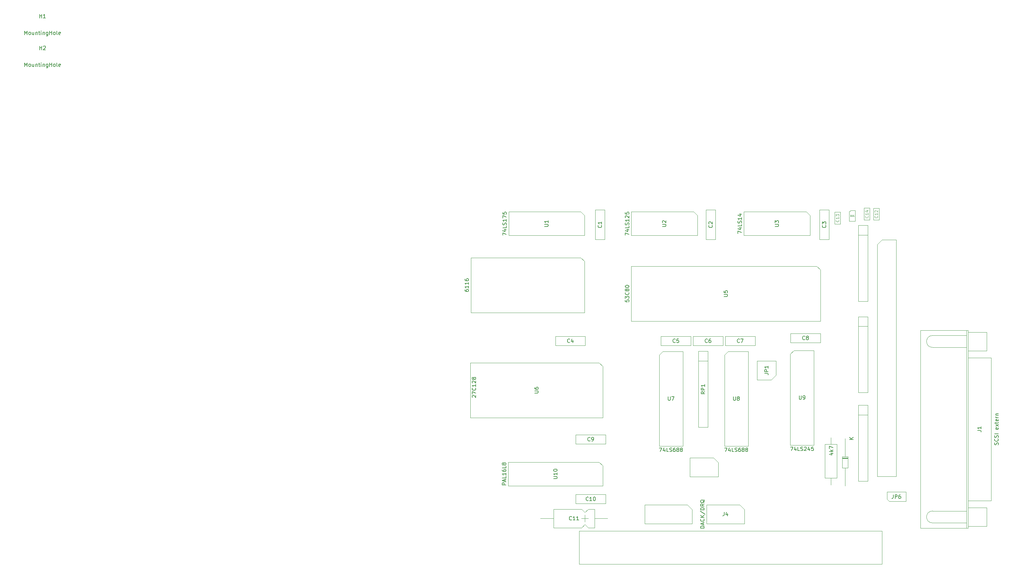
<source format=gbr>
%TF.GenerationSoftware,KiCad,Pcbnew,7.0.11-7.0.11~ubuntu20.04.1*%
%TF.CreationDate,2024-04-11T13:17:31+02:00*%
%TF.ProjectId,NCL501,4e434c35-3031-42e6-9b69-6361645f7063,rev?*%
%TF.SameCoordinates,Original*%
%TF.FileFunction,AssemblyDrawing,Top*%
%FSLAX46Y46*%
G04 Gerber Fmt 4.6, Leading zero omitted, Abs format (unit mm)*
G04 Created by KiCad (PCBNEW 7.0.11-7.0.11~ubuntu20.04.1) date 2024-04-11 13:17:31*
%MOMM*%
%LPD*%
G01*
G04 APERTURE LIST*
%ADD10C,0.150000*%
%ADD11C,0.060000*%
%ADD12C,0.120000*%
%ADD13C,0.100000*%
G04 APERTURE END LIST*
D10*
X190881333Y-91291580D02*
X190833714Y-91339200D01*
X190833714Y-91339200D02*
X190690857Y-91386819D01*
X190690857Y-91386819D02*
X190595619Y-91386819D01*
X190595619Y-91386819D02*
X190452762Y-91339200D01*
X190452762Y-91339200D02*
X190357524Y-91243961D01*
X190357524Y-91243961D02*
X190309905Y-91148723D01*
X190309905Y-91148723D02*
X190262286Y-90958247D01*
X190262286Y-90958247D02*
X190262286Y-90815390D01*
X190262286Y-90815390D02*
X190309905Y-90624914D01*
X190309905Y-90624914D02*
X190357524Y-90529676D01*
X190357524Y-90529676D02*
X190452762Y-90434438D01*
X190452762Y-90434438D02*
X190595619Y-90386819D01*
X190595619Y-90386819D02*
X190690857Y-90386819D01*
X190690857Y-90386819D02*
X190833714Y-90434438D01*
X190833714Y-90434438D02*
X190881333Y-90482057D01*
X191214667Y-90386819D02*
X191881333Y-90386819D01*
X191881333Y-90386819D02*
X191452762Y-91386819D01*
X119184057Y-106068475D02*
X119136438Y-106020856D01*
X119136438Y-106020856D02*
X119088819Y-105925618D01*
X119088819Y-105925618D02*
X119088819Y-105687523D01*
X119088819Y-105687523D02*
X119136438Y-105592285D01*
X119136438Y-105592285D02*
X119184057Y-105544666D01*
X119184057Y-105544666D02*
X119279295Y-105497047D01*
X119279295Y-105497047D02*
X119374533Y-105497047D01*
X119374533Y-105497047D02*
X119517390Y-105544666D01*
X119517390Y-105544666D02*
X120088819Y-106116094D01*
X120088819Y-106116094D02*
X120088819Y-105497047D01*
X119088819Y-105163713D02*
X119088819Y-104497047D01*
X119088819Y-104497047D02*
X120088819Y-104925618D01*
X119993580Y-103544666D02*
X120041200Y-103592285D01*
X120041200Y-103592285D02*
X120088819Y-103735142D01*
X120088819Y-103735142D02*
X120088819Y-103830380D01*
X120088819Y-103830380D02*
X120041200Y-103973237D01*
X120041200Y-103973237D02*
X119945961Y-104068475D01*
X119945961Y-104068475D02*
X119850723Y-104116094D01*
X119850723Y-104116094D02*
X119660247Y-104163713D01*
X119660247Y-104163713D02*
X119517390Y-104163713D01*
X119517390Y-104163713D02*
X119326914Y-104116094D01*
X119326914Y-104116094D02*
X119231676Y-104068475D01*
X119231676Y-104068475D02*
X119136438Y-103973237D01*
X119136438Y-103973237D02*
X119088819Y-103830380D01*
X119088819Y-103830380D02*
X119088819Y-103735142D01*
X119088819Y-103735142D02*
X119136438Y-103592285D01*
X119136438Y-103592285D02*
X119184057Y-103544666D01*
X120088819Y-102592285D02*
X120088819Y-103163713D01*
X120088819Y-102877999D02*
X119088819Y-102877999D01*
X119088819Y-102877999D02*
X119231676Y-102973237D01*
X119231676Y-102973237D02*
X119326914Y-103068475D01*
X119326914Y-103068475D02*
X119374533Y-103163713D01*
X119184057Y-102211332D02*
X119136438Y-102163713D01*
X119136438Y-102163713D02*
X119088819Y-102068475D01*
X119088819Y-102068475D02*
X119088819Y-101830380D01*
X119088819Y-101830380D02*
X119136438Y-101735142D01*
X119136438Y-101735142D02*
X119184057Y-101687523D01*
X119184057Y-101687523D02*
X119279295Y-101639904D01*
X119279295Y-101639904D02*
X119374533Y-101639904D01*
X119374533Y-101639904D02*
X119517390Y-101687523D01*
X119517390Y-101687523D02*
X120088819Y-102258951D01*
X120088819Y-102258951D02*
X120088819Y-101639904D01*
X119517390Y-101068475D02*
X119469771Y-101163713D01*
X119469771Y-101163713D02*
X119422152Y-101211332D01*
X119422152Y-101211332D02*
X119326914Y-101258951D01*
X119326914Y-101258951D02*
X119279295Y-101258951D01*
X119279295Y-101258951D02*
X119184057Y-101211332D01*
X119184057Y-101211332D02*
X119136438Y-101163713D01*
X119136438Y-101163713D02*
X119088819Y-101068475D01*
X119088819Y-101068475D02*
X119088819Y-100877999D01*
X119088819Y-100877999D02*
X119136438Y-100782761D01*
X119136438Y-100782761D02*
X119184057Y-100735142D01*
X119184057Y-100735142D02*
X119279295Y-100687523D01*
X119279295Y-100687523D02*
X119326914Y-100687523D01*
X119326914Y-100687523D02*
X119422152Y-100735142D01*
X119422152Y-100735142D02*
X119469771Y-100782761D01*
X119469771Y-100782761D02*
X119517390Y-100877999D01*
X119517390Y-100877999D02*
X119517390Y-101068475D01*
X119517390Y-101068475D02*
X119565009Y-101163713D01*
X119565009Y-101163713D02*
X119612628Y-101211332D01*
X119612628Y-101211332D02*
X119707866Y-101258951D01*
X119707866Y-101258951D02*
X119898342Y-101258951D01*
X119898342Y-101258951D02*
X119993580Y-101211332D01*
X119993580Y-101211332D02*
X120041200Y-101163713D01*
X120041200Y-101163713D02*
X120088819Y-101068475D01*
X120088819Y-101068475D02*
X120088819Y-100877999D01*
X120088819Y-100877999D02*
X120041200Y-100782761D01*
X120041200Y-100782761D02*
X119993580Y-100735142D01*
X119993580Y-100735142D02*
X119898342Y-100687523D01*
X119898342Y-100687523D02*
X119707866Y-100687523D01*
X119707866Y-100687523D02*
X119612628Y-100735142D01*
X119612628Y-100735142D02*
X119565009Y-100782761D01*
X119565009Y-100782761D02*
X119517390Y-100877999D01*
X135852819Y-104901904D02*
X136662342Y-104901904D01*
X136662342Y-104901904D02*
X136757580Y-104854285D01*
X136757580Y-104854285D02*
X136805200Y-104806666D01*
X136805200Y-104806666D02*
X136852819Y-104711428D01*
X136852819Y-104711428D02*
X136852819Y-104520952D01*
X136852819Y-104520952D02*
X136805200Y-104425714D01*
X136805200Y-104425714D02*
X136757580Y-104378095D01*
X136757580Y-104378095D02*
X136662342Y-104330476D01*
X136662342Y-104330476D02*
X135852819Y-104330476D01*
X135852819Y-103425714D02*
X135852819Y-103616190D01*
X135852819Y-103616190D02*
X135900438Y-103711428D01*
X135900438Y-103711428D02*
X135948057Y-103759047D01*
X135948057Y-103759047D02*
X136090914Y-103854285D01*
X136090914Y-103854285D02*
X136281390Y-103901904D01*
X136281390Y-103901904D02*
X136662342Y-103901904D01*
X136662342Y-103901904D02*
X136757580Y-103854285D01*
X136757580Y-103854285D02*
X136805200Y-103806666D01*
X136805200Y-103806666D02*
X136852819Y-103711428D01*
X136852819Y-103711428D02*
X136852819Y-103520952D01*
X136852819Y-103520952D02*
X136805200Y-103425714D01*
X136805200Y-103425714D02*
X136757580Y-103378095D01*
X136757580Y-103378095D02*
X136662342Y-103330476D01*
X136662342Y-103330476D02*
X136424247Y-103330476D01*
X136424247Y-103330476D02*
X136329009Y-103378095D01*
X136329009Y-103378095D02*
X136281390Y-103425714D01*
X136281390Y-103425714D02*
X136233771Y-103520952D01*
X136233771Y-103520952D02*
X136233771Y-103711428D01*
X136233771Y-103711428D02*
X136281390Y-103806666D01*
X136281390Y-103806666D02*
X136329009Y-103854285D01*
X136329009Y-103854285D02*
X136424247Y-103901904D01*
X-1010714Y-17279819D02*
X-1010714Y-16279819D01*
X-1010714Y-16279819D02*
X-677381Y-16994104D01*
X-677381Y-16994104D02*
X-344048Y-16279819D01*
X-344048Y-16279819D02*
X-344048Y-17279819D01*
X274999Y-17279819D02*
X179761Y-17232200D01*
X179761Y-17232200D02*
X132142Y-17184580D01*
X132142Y-17184580D02*
X84523Y-17089342D01*
X84523Y-17089342D02*
X84523Y-16803628D01*
X84523Y-16803628D02*
X132142Y-16708390D01*
X132142Y-16708390D02*
X179761Y-16660771D01*
X179761Y-16660771D02*
X274999Y-16613152D01*
X274999Y-16613152D02*
X417856Y-16613152D01*
X417856Y-16613152D02*
X513094Y-16660771D01*
X513094Y-16660771D02*
X560713Y-16708390D01*
X560713Y-16708390D02*
X608332Y-16803628D01*
X608332Y-16803628D02*
X608332Y-17089342D01*
X608332Y-17089342D02*
X560713Y-17184580D01*
X560713Y-17184580D02*
X513094Y-17232200D01*
X513094Y-17232200D02*
X417856Y-17279819D01*
X417856Y-17279819D02*
X274999Y-17279819D01*
X1465475Y-16613152D02*
X1465475Y-17279819D01*
X1036904Y-16613152D02*
X1036904Y-17136961D01*
X1036904Y-17136961D02*
X1084523Y-17232200D01*
X1084523Y-17232200D02*
X1179761Y-17279819D01*
X1179761Y-17279819D02*
X1322618Y-17279819D01*
X1322618Y-17279819D02*
X1417856Y-17232200D01*
X1417856Y-17232200D02*
X1465475Y-17184580D01*
X1941666Y-16613152D02*
X1941666Y-17279819D01*
X1941666Y-16708390D02*
X1989285Y-16660771D01*
X1989285Y-16660771D02*
X2084523Y-16613152D01*
X2084523Y-16613152D02*
X2227380Y-16613152D01*
X2227380Y-16613152D02*
X2322618Y-16660771D01*
X2322618Y-16660771D02*
X2370237Y-16756009D01*
X2370237Y-16756009D02*
X2370237Y-17279819D01*
X2703571Y-16613152D02*
X3084523Y-16613152D01*
X2846428Y-16279819D02*
X2846428Y-17136961D01*
X2846428Y-17136961D02*
X2894047Y-17232200D01*
X2894047Y-17232200D02*
X2989285Y-17279819D01*
X2989285Y-17279819D02*
X3084523Y-17279819D01*
X3417857Y-17279819D02*
X3417857Y-16613152D01*
X3417857Y-16279819D02*
X3370238Y-16327438D01*
X3370238Y-16327438D02*
X3417857Y-16375057D01*
X3417857Y-16375057D02*
X3465476Y-16327438D01*
X3465476Y-16327438D02*
X3417857Y-16279819D01*
X3417857Y-16279819D02*
X3417857Y-16375057D01*
X3894047Y-16613152D02*
X3894047Y-17279819D01*
X3894047Y-16708390D02*
X3941666Y-16660771D01*
X3941666Y-16660771D02*
X4036904Y-16613152D01*
X4036904Y-16613152D02*
X4179761Y-16613152D01*
X4179761Y-16613152D02*
X4274999Y-16660771D01*
X4274999Y-16660771D02*
X4322618Y-16756009D01*
X4322618Y-16756009D02*
X4322618Y-17279819D01*
X5227380Y-16613152D02*
X5227380Y-17422676D01*
X5227380Y-17422676D02*
X5179761Y-17517914D01*
X5179761Y-17517914D02*
X5132142Y-17565533D01*
X5132142Y-17565533D02*
X5036904Y-17613152D01*
X5036904Y-17613152D02*
X4894047Y-17613152D01*
X4894047Y-17613152D02*
X4798809Y-17565533D01*
X5227380Y-17232200D02*
X5132142Y-17279819D01*
X5132142Y-17279819D02*
X4941666Y-17279819D01*
X4941666Y-17279819D02*
X4846428Y-17232200D01*
X4846428Y-17232200D02*
X4798809Y-17184580D01*
X4798809Y-17184580D02*
X4751190Y-17089342D01*
X4751190Y-17089342D02*
X4751190Y-16803628D01*
X4751190Y-16803628D02*
X4798809Y-16708390D01*
X4798809Y-16708390D02*
X4846428Y-16660771D01*
X4846428Y-16660771D02*
X4941666Y-16613152D01*
X4941666Y-16613152D02*
X5132142Y-16613152D01*
X5132142Y-16613152D02*
X5227380Y-16660771D01*
X5703571Y-17279819D02*
X5703571Y-16279819D01*
X5703571Y-16756009D02*
X6274999Y-16756009D01*
X6274999Y-17279819D02*
X6274999Y-16279819D01*
X6894047Y-17279819D02*
X6798809Y-17232200D01*
X6798809Y-17232200D02*
X6751190Y-17184580D01*
X6751190Y-17184580D02*
X6703571Y-17089342D01*
X6703571Y-17089342D02*
X6703571Y-16803628D01*
X6703571Y-16803628D02*
X6751190Y-16708390D01*
X6751190Y-16708390D02*
X6798809Y-16660771D01*
X6798809Y-16660771D02*
X6894047Y-16613152D01*
X6894047Y-16613152D02*
X7036904Y-16613152D01*
X7036904Y-16613152D02*
X7132142Y-16660771D01*
X7132142Y-16660771D02*
X7179761Y-16708390D01*
X7179761Y-16708390D02*
X7227380Y-16803628D01*
X7227380Y-16803628D02*
X7227380Y-17089342D01*
X7227380Y-17089342D02*
X7179761Y-17184580D01*
X7179761Y-17184580D02*
X7132142Y-17232200D01*
X7132142Y-17232200D02*
X7036904Y-17279819D01*
X7036904Y-17279819D02*
X6894047Y-17279819D01*
X7798809Y-17279819D02*
X7703571Y-17232200D01*
X7703571Y-17232200D02*
X7655952Y-17136961D01*
X7655952Y-17136961D02*
X7655952Y-16279819D01*
X8560714Y-17232200D02*
X8465476Y-17279819D01*
X8465476Y-17279819D02*
X8275000Y-17279819D01*
X8275000Y-17279819D02*
X8179762Y-17232200D01*
X8179762Y-17232200D02*
X8132143Y-17136961D01*
X8132143Y-17136961D02*
X8132143Y-16756009D01*
X8132143Y-16756009D02*
X8179762Y-16660771D01*
X8179762Y-16660771D02*
X8275000Y-16613152D01*
X8275000Y-16613152D02*
X8465476Y-16613152D01*
X8465476Y-16613152D02*
X8560714Y-16660771D01*
X8560714Y-16660771D02*
X8608333Y-16756009D01*
X8608333Y-16756009D02*
X8608333Y-16851247D01*
X8608333Y-16851247D02*
X8132143Y-16946485D01*
X3013095Y-12779819D02*
X3013095Y-11779819D01*
X3013095Y-12256009D02*
X3584523Y-12256009D01*
X3584523Y-12779819D02*
X3584523Y-11779819D01*
X4013095Y-11875057D02*
X4060714Y-11827438D01*
X4060714Y-11827438D02*
X4155952Y-11779819D01*
X4155952Y-11779819D02*
X4394047Y-11779819D01*
X4394047Y-11779819D02*
X4489285Y-11827438D01*
X4489285Y-11827438D02*
X4536904Y-11875057D01*
X4536904Y-11875057D02*
X4584523Y-11970295D01*
X4584523Y-11970295D02*
X4584523Y-12065533D01*
X4584523Y-12065533D02*
X4536904Y-12208390D01*
X4536904Y-12208390D02*
X3965476Y-12779819D01*
X3965476Y-12779819D02*
X4584523Y-12779819D01*
X181556819Y-104552666D02*
X181080628Y-104885999D01*
X181556819Y-105124094D02*
X180556819Y-105124094D01*
X180556819Y-105124094D02*
X180556819Y-104743142D01*
X180556819Y-104743142D02*
X180604438Y-104647904D01*
X180604438Y-104647904D02*
X180652057Y-104600285D01*
X180652057Y-104600285D02*
X180747295Y-104552666D01*
X180747295Y-104552666D02*
X180890152Y-104552666D01*
X180890152Y-104552666D02*
X180985390Y-104600285D01*
X180985390Y-104600285D02*
X181033009Y-104647904D01*
X181033009Y-104647904D02*
X181080628Y-104743142D01*
X181080628Y-104743142D02*
X181080628Y-105124094D01*
X181556819Y-104124094D02*
X180556819Y-104124094D01*
X180556819Y-104124094D02*
X180556819Y-103743142D01*
X180556819Y-103743142D02*
X180604438Y-103647904D01*
X180604438Y-103647904D02*
X180652057Y-103600285D01*
X180652057Y-103600285D02*
X180747295Y-103552666D01*
X180747295Y-103552666D02*
X180890152Y-103552666D01*
X180890152Y-103552666D02*
X180985390Y-103600285D01*
X180985390Y-103600285D02*
X181033009Y-103647904D01*
X181033009Y-103647904D02*
X181080628Y-103743142D01*
X181080628Y-103743142D02*
X181080628Y-104124094D01*
X181556819Y-102600285D02*
X181556819Y-103171713D01*
X181556819Y-102885999D02*
X180556819Y-102885999D01*
X180556819Y-102885999D02*
X180699676Y-102981237D01*
X180699676Y-102981237D02*
X180794914Y-103076475D01*
X180794914Y-103076475D02*
X180842533Y-103171713D01*
X208407333Y-90529580D02*
X208359714Y-90577200D01*
X208359714Y-90577200D02*
X208216857Y-90624819D01*
X208216857Y-90624819D02*
X208121619Y-90624819D01*
X208121619Y-90624819D02*
X207978762Y-90577200D01*
X207978762Y-90577200D02*
X207883524Y-90481961D01*
X207883524Y-90481961D02*
X207835905Y-90386723D01*
X207835905Y-90386723D02*
X207788286Y-90196247D01*
X207788286Y-90196247D02*
X207788286Y-90053390D01*
X207788286Y-90053390D02*
X207835905Y-89862914D01*
X207835905Y-89862914D02*
X207883524Y-89767676D01*
X207883524Y-89767676D02*
X207978762Y-89672438D01*
X207978762Y-89672438D02*
X208121619Y-89624819D01*
X208121619Y-89624819D02*
X208216857Y-89624819D01*
X208216857Y-89624819D02*
X208359714Y-89672438D01*
X208359714Y-89672438D02*
X208407333Y-89720057D01*
X208978762Y-90053390D02*
X208883524Y-90005771D01*
X208883524Y-90005771D02*
X208835905Y-89958152D01*
X208835905Y-89958152D02*
X208788286Y-89862914D01*
X208788286Y-89862914D02*
X208788286Y-89815295D01*
X208788286Y-89815295D02*
X208835905Y-89720057D01*
X208835905Y-89720057D02*
X208883524Y-89672438D01*
X208883524Y-89672438D02*
X208978762Y-89624819D01*
X208978762Y-89624819D02*
X209169238Y-89624819D01*
X209169238Y-89624819D02*
X209264476Y-89672438D01*
X209264476Y-89672438D02*
X209312095Y-89720057D01*
X209312095Y-89720057D02*
X209359714Y-89815295D01*
X209359714Y-89815295D02*
X209359714Y-89862914D01*
X209359714Y-89862914D02*
X209312095Y-89958152D01*
X209312095Y-89958152D02*
X209264476Y-90005771D01*
X209264476Y-90005771D02*
X209169238Y-90053390D01*
X209169238Y-90053390D02*
X208978762Y-90053390D01*
X208978762Y-90053390D02*
X208883524Y-90101009D01*
X208883524Y-90101009D02*
X208835905Y-90148628D01*
X208835905Y-90148628D02*
X208788286Y-90243866D01*
X208788286Y-90243866D02*
X208788286Y-90434342D01*
X208788286Y-90434342D02*
X208835905Y-90529580D01*
X208835905Y-90529580D02*
X208883524Y-90577200D01*
X208883524Y-90577200D02*
X208978762Y-90624819D01*
X208978762Y-90624819D02*
X209169238Y-90624819D01*
X209169238Y-90624819D02*
X209264476Y-90577200D01*
X209264476Y-90577200D02*
X209312095Y-90529580D01*
X209312095Y-90529580D02*
X209359714Y-90434342D01*
X209359714Y-90434342D02*
X209359714Y-90243866D01*
X209359714Y-90243866D02*
X209312095Y-90148628D01*
X209312095Y-90148628D02*
X209264476Y-90101009D01*
X209264476Y-90101009D02*
X209169238Y-90053390D01*
X145288333Y-91291580D02*
X145240714Y-91339200D01*
X145240714Y-91339200D02*
X145097857Y-91386819D01*
X145097857Y-91386819D02*
X145002619Y-91386819D01*
X145002619Y-91386819D02*
X144859762Y-91339200D01*
X144859762Y-91339200D02*
X144764524Y-91243961D01*
X144764524Y-91243961D02*
X144716905Y-91148723D01*
X144716905Y-91148723D02*
X144669286Y-90958247D01*
X144669286Y-90958247D02*
X144669286Y-90815390D01*
X144669286Y-90815390D02*
X144716905Y-90624914D01*
X144716905Y-90624914D02*
X144764524Y-90529676D01*
X144764524Y-90529676D02*
X144859762Y-90434438D01*
X144859762Y-90434438D02*
X145002619Y-90386819D01*
X145002619Y-90386819D02*
X145097857Y-90386819D01*
X145097857Y-90386819D02*
X145240714Y-90434438D01*
X145240714Y-90434438D02*
X145288333Y-90482057D01*
X146145476Y-90720152D02*
X146145476Y-91386819D01*
X145907381Y-90339200D02*
X145669286Y-91053485D01*
X145669286Y-91053485D02*
X146288333Y-91053485D01*
X128172819Y-129547571D02*
X127172819Y-129547571D01*
X127172819Y-129547571D02*
X127172819Y-129166619D01*
X127172819Y-129166619D02*
X127220438Y-129071381D01*
X127220438Y-129071381D02*
X127268057Y-129023762D01*
X127268057Y-129023762D02*
X127363295Y-128976143D01*
X127363295Y-128976143D02*
X127506152Y-128976143D01*
X127506152Y-128976143D02*
X127601390Y-129023762D01*
X127601390Y-129023762D02*
X127649009Y-129071381D01*
X127649009Y-129071381D02*
X127696628Y-129166619D01*
X127696628Y-129166619D02*
X127696628Y-129547571D01*
X127887104Y-128595190D02*
X127887104Y-128119000D01*
X128172819Y-128690428D02*
X127172819Y-128357095D01*
X127172819Y-128357095D02*
X128172819Y-128023762D01*
X128172819Y-127214238D02*
X128172819Y-127690428D01*
X128172819Y-127690428D02*
X127172819Y-127690428D01*
X128172819Y-126357095D02*
X128172819Y-126928523D01*
X128172819Y-126642809D02*
X127172819Y-126642809D01*
X127172819Y-126642809D02*
X127315676Y-126738047D01*
X127315676Y-126738047D02*
X127410914Y-126833285D01*
X127410914Y-126833285D02*
X127458533Y-126928523D01*
X127172819Y-125499952D02*
X127172819Y-125690428D01*
X127172819Y-125690428D02*
X127220438Y-125785666D01*
X127220438Y-125785666D02*
X127268057Y-125833285D01*
X127268057Y-125833285D02*
X127410914Y-125928523D01*
X127410914Y-125928523D02*
X127601390Y-125976142D01*
X127601390Y-125976142D02*
X127982342Y-125976142D01*
X127982342Y-125976142D02*
X128077580Y-125928523D01*
X128077580Y-125928523D02*
X128125200Y-125880904D01*
X128125200Y-125880904D02*
X128172819Y-125785666D01*
X128172819Y-125785666D02*
X128172819Y-125595190D01*
X128172819Y-125595190D02*
X128125200Y-125499952D01*
X128125200Y-125499952D02*
X128077580Y-125452333D01*
X128077580Y-125452333D02*
X127982342Y-125404714D01*
X127982342Y-125404714D02*
X127744247Y-125404714D01*
X127744247Y-125404714D02*
X127649009Y-125452333D01*
X127649009Y-125452333D02*
X127601390Y-125499952D01*
X127601390Y-125499952D02*
X127553771Y-125595190D01*
X127553771Y-125595190D02*
X127553771Y-125785666D01*
X127553771Y-125785666D02*
X127601390Y-125880904D01*
X127601390Y-125880904D02*
X127649009Y-125928523D01*
X127649009Y-125928523D02*
X127744247Y-125976142D01*
X128172819Y-124499952D02*
X128172819Y-124976142D01*
X128172819Y-124976142D02*
X127172819Y-124976142D01*
X127601390Y-124023761D02*
X127553771Y-124118999D01*
X127553771Y-124118999D02*
X127506152Y-124166618D01*
X127506152Y-124166618D02*
X127410914Y-124214237D01*
X127410914Y-124214237D02*
X127363295Y-124214237D01*
X127363295Y-124214237D02*
X127268057Y-124166618D01*
X127268057Y-124166618D02*
X127220438Y-124118999D01*
X127220438Y-124118999D02*
X127172819Y-124023761D01*
X127172819Y-124023761D02*
X127172819Y-123833285D01*
X127172819Y-123833285D02*
X127220438Y-123738047D01*
X127220438Y-123738047D02*
X127268057Y-123690428D01*
X127268057Y-123690428D02*
X127363295Y-123642809D01*
X127363295Y-123642809D02*
X127410914Y-123642809D01*
X127410914Y-123642809D02*
X127506152Y-123690428D01*
X127506152Y-123690428D02*
X127553771Y-123738047D01*
X127553771Y-123738047D02*
X127601390Y-123833285D01*
X127601390Y-123833285D02*
X127601390Y-124023761D01*
X127601390Y-124023761D02*
X127649009Y-124118999D01*
X127649009Y-124118999D02*
X127696628Y-124166618D01*
X127696628Y-124166618D02*
X127791866Y-124214237D01*
X127791866Y-124214237D02*
X127982342Y-124214237D01*
X127982342Y-124214237D02*
X128077580Y-124166618D01*
X128077580Y-124166618D02*
X128125200Y-124118999D01*
X128125200Y-124118999D02*
X128172819Y-124023761D01*
X128172819Y-124023761D02*
X128172819Y-123833285D01*
X128172819Y-123833285D02*
X128125200Y-123738047D01*
X128125200Y-123738047D02*
X128077580Y-123690428D01*
X128077580Y-123690428D02*
X127982342Y-123642809D01*
X127982342Y-123642809D02*
X127791866Y-123642809D01*
X127791866Y-123642809D02*
X127696628Y-123690428D01*
X127696628Y-123690428D02*
X127649009Y-123738047D01*
X127649009Y-123738047D02*
X127601390Y-123833285D01*
X140932819Y-127857094D02*
X141742342Y-127857094D01*
X141742342Y-127857094D02*
X141837580Y-127809475D01*
X141837580Y-127809475D02*
X141885200Y-127761856D01*
X141885200Y-127761856D02*
X141932819Y-127666618D01*
X141932819Y-127666618D02*
X141932819Y-127476142D01*
X141932819Y-127476142D02*
X141885200Y-127380904D01*
X141885200Y-127380904D02*
X141837580Y-127333285D01*
X141837580Y-127333285D02*
X141742342Y-127285666D01*
X141742342Y-127285666D02*
X140932819Y-127285666D01*
X141932819Y-126285666D02*
X141932819Y-126857094D01*
X141932819Y-126571380D02*
X140932819Y-126571380D01*
X140932819Y-126571380D02*
X141075676Y-126666618D01*
X141075676Y-126666618D02*
X141170914Y-126761856D01*
X141170914Y-126761856D02*
X141218533Y-126857094D01*
X140932819Y-125666618D02*
X140932819Y-125571380D01*
X140932819Y-125571380D02*
X140980438Y-125476142D01*
X140980438Y-125476142D02*
X141028057Y-125428523D01*
X141028057Y-125428523D02*
X141123295Y-125380904D01*
X141123295Y-125380904D02*
X141313771Y-125333285D01*
X141313771Y-125333285D02*
X141551866Y-125333285D01*
X141551866Y-125333285D02*
X141742342Y-125380904D01*
X141742342Y-125380904D02*
X141837580Y-125428523D01*
X141837580Y-125428523D02*
X141885200Y-125476142D01*
X141885200Y-125476142D02*
X141932819Y-125571380D01*
X141932819Y-125571380D02*
X141932819Y-125666618D01*
X141932819Y-125666618D02*
X141885200Y-125761856D01*
X141885200Y-125761856D02*
X141837580Y-125809475D01*
X141837580Y-125809475D02*
X141742342Y-125857094D01*
X141742342Y-125857094D02*
X141551866Y-125904713D01*
X141551866Y-125904713D02*
X141313771Y-125904713D01*
X141313771Y-125904713D02*
X141123295Y-125857094D01*
X141123295Y-125857094D02*
X141028057Y-125809475D01*
X141028057Y-125809475D02*
X140980438Y-125761856D01*
X140980438Y-125761856D02*
X140932819Y-125666618D01*
X183493580Y-59896666D02*
X183541200Y-59944285D01*
X183541200Y-59944285D02*
X183588819Y-60087142D01*
X183588819Y-60087142D02*
X183588819Y-60182380D01*
X183588819Y-60182380D02*
X183541200Y-60325237D01*
X183541200Y-60325237D02*
X183445961Y-60420475D01*
X183445961Y-60420475D02*
X183350723Y-60468094D01*
X183350723Y-60468094D02*
X183160247Y-60515713D01*
X183160247Y-60515713D02*
X183017390Y-60515713D01*
X183017390Y-60515713D02*
X182826914Y-60468094D01*
X182826914Y-60468094D02*
X182731676Y-60420475D01*
X182731676Y-60420475D02*
X182636438Y-60325237D01*
X182636438Y-60325237D02*
X182588819Y-60182380D01*
X182588819Y-60182380D02*
X182588819Y-60087142D01*
X182588819Y-60087142D02*
X182636438Y-59944285D01*
X182636438Y-59944285D02*
X182684057Y-59896666D01*
X182684057Y-59515713D02*
X182636438Y-59468094D01*
X182636438Y-59468094D02*
X182588819Y-59372856D01*
X182588819Y-59372856D02*
X182588819Y-59134761D01*
X182588819Y-59134761D02*
X182636438Y-59039523D01*
X182636438Y-59039523D02*
X182684057Y-58991904D01*
X182684057Y-58991904D02*
X182779295Y-58944285D01*
X182779295Y-58944285D02*
X182874533Y-58944285D01*
X182874533Y-58944285D02*
X183017390Y-58991904D01*
X183017390Y-58991904D02*
X183588819Y-59563332D01*
X183588819Y-59563332D02*
X183588819Y-58944285D01*
D11*
X220617262Y-57119927D02*
X220617262Y-57443737D01*
X220617262Y-57443737D02*
X220636309Y-57481832D01*
X220636309Y-57481832D02*
X220655357Y-57500880D01*
X220655357Y-57500880D02*
X220693452Y-57519927D01*
X220693452Y-57519927D02*
X220769643Y-57519927D01*
X220769643Y-57519927D02*
X220807738Y-57500880D01*
X220807738Y-57500880D02*
X220826785Y-57481832D01*
X220826785Y-57481832D02*
X220845833Y-57443737D01*
X220845833Y-57443737D02*
X220845833Y-57119927D01*
X221245833Y-57519927D02*
X221017262Y-57519927D01*
X221131548Y-57519927D02*
X221131548Y-57119927D01*
X221131548Y-57119927D02*
X221093452Y-57177070D01*
X221093452Y-57177070D02*
X221055357Y-57215165D01*
X221055357Y-57215165D02*
X221017262Y-57234213D01*
X221626785Y-57519927D02*
X221398214Y-57519927D01*
X221512500Y-57519927D02*
X221512500Y-57119927D01*
X221512500Y-57119927D02*
X221474404Y-57177070D01*
X221474404Y-57177070D02*
X221436309Y-57215165D01*
X221436309Y-57215165D02*
X221398214Y-57234213D01*
D10*
X186872952Y-119640819D02*
X187539618Y-119640819D01*
X187539618Y-119640819D02*
X187111047Y-120640819D01*
X188349142Y-119974152D02*
X188349142Y-120640819D01*
X188111047Y-119593200D02*
X187872952Y-120307485D01*
X187872952Y-120307485D02*
X188491999Y-120307485D01*
X189349142Y-120640819D02*
X188872952Y-120640819D01*
X188872952Y-120640819D02*
X188872952Y-119640819D01*
X189634857Y-120593200D02*
X189777714Y-120640819D01*
X189777714Y-120640819D02*
X190015809Y-120640819D01*
X190015809Y-120640819D02*
X190111047Y-120593200D01*
X190111047Y-120593200D02*
X190158666Y-120545580D01*
X190158666Y-120545580D02*
X190206285Y-120450342D01*
X190206285Y-120450342D02*
X190206285Y-120355104D01*
X190206285Y-120355104D02*
X190158666Y-120259866D01*
X190158666Y-120259866D02*
X190111047Y-120212247D01*
X190111047Y-120212247D02*
X190015809Y-120164628D01*
X190015809Y-120164628D02*
X189825333Y-120117009D01*
X189825333Y-120117009D02*
X189730095Y-120069390D01*
X189730095Y-120069390D02*
X189682476Y-120021771D01*
X189682476Y-120021771D02*
X189634857Y-119926533D01*
X189634857Y-119926533D02*
X189634857Y-119831295D01*
X189634857Y-119831295D02*
X189682476Y-119736057D01*
X189682476Y-119736057D02*
X189730095Y-119688438D01*
X189730095Y-119688438D02*
X189825333Y-119640819D01*
X189825333Y-119640819D02*
X190063428Y-119640819D01*
X190063428Y-119640819D02*
X190206285Y-119688438D01*
X191063428Y-119640819D02*
X190872952Y-119640819D01*
X190872952Y-119640819D02*
X190777714Y-119688438D01*
X190777714Y-119688438D02*
X190730095Y-119736057D01*
X190730095Y-119736057D02*
X190634857Y-119878914D01*
X190634857Y-119878914D02*
X190587238Y-120069390D01*
X190587238Y-120069390D02*
X190587238Y-120450342D01*
X190587238Y-120450342D02*
X190634857Y-120545580D01*
X190634857Y-120545580D02*
X190682476Y-120593200D01*
X190682476Y-120593200D02*
X190777714Y-120640819D01*
X190777714Y-120640819D02*
X190968190Y-120640819D01*
X190968190Y-120640819D02*
X191063428Y-120593200D01*
X191063428Y-120593200D02*
X191111047Y-120545580D01*
X191111047Y-120545580D02*
X191158666Y-120450342D01*
X191158666Y-120450342D02*
X191158666Y-120212247D01*
X191158666Y-120212247D02*
X191111047Y-120117009D01*
X191111047Y-120117009D02*
X191063428Y-120069390D01*
X191063428Y-120069390D02*
X190968190Y-120021771D01*
X190968190Y-120021771D02*
X190777714Y-120021771D01*
X190777714Y-120021771D02*
X190682476Y-120069390D01*
X190682476Y-120069390D02*
X190634857Y-120117009D01*
X190634857Y-120117009D02*
X190587238Y-120212247D01*
X191730095Y-120069390D02*
X191634857Y-120021771D01*
X191634857Y-120021771D02*
X191587238Y-119974152D01*
X191587238Y-119974152D02*
X191539619Y-119878914D01*
X191539619Y-119878914D02*
X191539619Y-119831295D01*
X191539619Y-119831295D02*
X191587238Y-119736057D01*
X191587238Y-119736057D02*
X191634857Y-119688438D01*
X191634857Y-119688438D02*
X191730095Y-119640819D01*
X191730095Y-119640819D02*
X191920571Y-119640819D01*
X191920571Y-119640819D02*
X192015809Y-119688438D01*
X192015809Y-119688438D02*
X192063428Y-119736057D01*
X192063428Y-119736057D02*
X192111047Y-119831295D01*
X192111047Y-119831295D02*
X192111047Y-119878914D01*
X192111047Y-119878914D02*
X192063428Y-119974152D01*
X192063428Y-119974152D02*
X192015809Y-120021771D01*
X192015809Y-120021771D02*
X191920571Y-120069390D01*
X191920571Y-120069390D02*
X191730095Y-120069390D01*
X191730095Y-120069390D02*
X191634857Y-120117009D01*
X191634857Y-120117009D02*
X191587238Y-120164628D01*
X191587238Y-120164628D02*
X191539619Y-120259866D01*
X191539619Y-120259866D02*
X191539619Y-120450342D01*
X191539619Y-120450342D02*
X191587238Y-120545580D01*
X191587238Y-120545580D02*
X191634857Y-120593200D01*
X191634857Y-120593200D02*
X191730095Y-120640819D01*
X191730095Y-120640819D02*
X191920571Y-120640819D01*
X191920571Y-120640819D02*
X192015809Y-120593200D01*
X192015809Y-120593200D02*
X192063428Y-120545580D01*
X192063428Y-120545580D02*
X192111047Y-120450342D01*
X192111047Y-120450342D02*
X192111047Y-120259866D01*
X192111047Y-120259866D02*
X192063428Y-120164628D01*
X192063428Y-120164628D02*
X192015809Y-120117009D01*
X192015809Y-120117009D02*
X191920571Y-120069390D01*
X192682476Y-120069390D02*
X192587238Y-120021771D01*
X192587238Y-120021771D02*
X192539619Y-119974152D01*
X192539619Y-119974152D02*
X192492000Y-119878914D01*
X192492000Y-119878914D02*
X192492000Y-119831295D01*
X192492000Y-119831295D02*
X192539619Y-119736057D01*
X192539619Y-119736057D02*
X192587238Y-119688438D01*
X192587238Y-119688438D02*
X192682476Y-119640819D01*
X192682476Y-119640819D02*
X192872952Y-119640819D01*
X192872952Y-119640819D02*
X192968190Y-119688438D01*
X192968190Y-119688438D02*
X193015809Y-119736057D01*
X193015809Y-119736057D02*
X193063428Y-119831295D01*
X193063428Y-119831295D02*
X193063428Y-119878914D01*
X193063428Y-119878914D02*
X193015809Y-119974152D01*
X193015809Y-119974152D02*
X192968190Y-120021771D01*
X192968190Y-120021771D02*
X192872952Y-120069390D01*
X192872952Y-120069390D02*
X192682476Y-120069390D01*
X192682476Y-120069390D02*
X192587238Y-120117009D01*
X192587238Y-120117009D02*
X192539619Y-120164628D01*
X192539619Y-120164628D02*
X192492000Y-120259866D01*
X192492000Y-120259866D02*
X192492000Y-120450342D01*
X192492000Y-120450342D02*
X192539619Y-120545580D01*
X192539619Y-120545580D02*
X192587238Y-120593200D01*
X192587238Y-120593200D02*
X192682476Y-120640819D01*
X192682476Y-120640819D02*
X192872952Y-120640819D01*
X192872952Y-120640819D02*
X192968190Y-120593200D01*
X192968190Y-120593200D02*
X193015809Y-120545580D01*
X193015809Y-120545580D02*
X193063428Y-120450342D01*
X193063428Y-120450342D02*
X193063428Y-120259866D01*
X193063428Y-120259866D02*
X193015809Y-120164628D01*
X193015809Y-120164628D02*
X192968190Y-120117009D01*
X192968190Y-120117009D02*
X192872952Y-120069390D01*
X189230095Y-105880819D02*
X189230095Y-106690342D01*
X189230095Y-106690342D02*
X189277714Y-106785580D01*
X189277714Y-106785580D02*
X189325333Y-106833200D01*
X189325333Y-106833200D02*
X189420571Y-106880819D01*
X189420571Y-106880819D02*
X189611047Y-106880819D01*
X189611047Y-106880819D02*
X189706285Y-106833200D01*
X189706285Y-106833200D02*
X189753904Y-106785580D01*
X189753904Y-106785580D02*
X189801523Y-106690342D01*
X189801523Y-106690342D02*
X189801523Y-105880819D01*
X190420571Y-106309390D02*
X190325333Y-106261771D01*
X190325333Y-106261771D02*
X190277714Y-106214152D01*
X190277714Y-106214152D02*
X190230095Y-106118914D01*
X190230095Y-106118914D02*
X190230095Y-106071295D01*
X190230095Y-106071295D02*
X190277714Y-105976057D01*
X190277714Y-105976057D02*
X190325333Y-105928438D01*
X190325333Y-105928438D02*
X190420571Y-105880819D01*
X190420571Y-105880819D02*
X190611047Y-105880819D01*
X190611047Y-105880819D02*
X190706285Y-105928438D01*
X190706285Y-105928438D02*
X190753904Y-105976057D01*
X190753904Y-105976057D02*
X190801523Y-106071295D01*
X190801523Y-106071295D02*
X190801523Y-106118914D01*
X190801523Y-106118914D02*
X190753904Y-106214152D01*
X190753904Y-106214152D02*
X190706285Y-106261771D01*
X190706285Y-106261771D02*
X190611047Y-106309390D01*
X190611047Y-106309390D02*
X190420571Y-106309390D01*
X190420571Y-106309390D02*
X190325333Y-106357009D01*
X190325333Y-106357009D02*
X190277714Y-106404628D01*
X190277714Y-106404628D02*
X190230095Y-106499866D01*
X190230095Y-106499866D02*
X190230095Y-106690342D01*
X190230095Y-106690342D02*
X190277714Y-106785580D01*
X190277714Y-106785580D02*
X190325333Y-106833200D01*
X190325333Y-106833200D02*
X190420571Y-106880819D01*
X190420571Y-106880819D02*
X190611047Y-106880819D01*
X190611047Y-106880819D02*
X190706285Y-106833200D01*
X190706285Y-106833200D02*
X190753904Y-106785580D01*
X190753904Y-106785580D02*
X190801523Y-106690342D01*
X190801523Y-106690342D02*
X190801523Y-106499866D01*
X190801523Y-106499866D02*
X190753904Y-106404628D01*
X190753904Y-106404628D02*
X190706285Y-106357009D01*
X190706285Y-106357009D02*
X190611047Y-106309390D01*
X-1010714Y-8729819D02*
X-1010714Y-7729819D01*
X-1010714Y-7729819D02*
X-677381Y-8444104D01*
X-677381Y-8444104D02*
X-344048Y-7729819D01*
X-344048Y-7729819D02*
X-344048Y-8729819D01*
X274999Y-8729819D02*
X179761Y-8682200D01*
X179761Y-8682200D02*
X132142Y-8634580D01*
X132142Y-8634580D02*
X84523Y-8539342D01*
X84523Y-8539342D02*
X84523Y-8253628D01*
X84523Y-8253628D02*
X132142Y-8158390D01*
X132142Y-8158390D02*
X179761Y-8110771D01*
X179761Y-8110771D02*
X274999Y-8063152D01*
X274999Y-8063152D02*
X417856Y-8063152D01*
X417856Y-8063152D02*
X513094Y-8110771D01*
X513094Y-8110771D02*
X560713Y-8158390D01*
X560713Y-8158390D02*
X608332Y-8253628D01*
X608332Y-8253628D02*
X608332Y-8539342D01*
X608332Y-8539342D02*
X560713Y-8634580D01*
X560713Y-8634580D02*
X513094Y-8682200D01*
X513094Y-8682200D02*
X417856Y-8729819D01*
X417856Y-8729819D02*
X274999Y-8729819D01*
X1465475Y-8063152D02*
X1465475Y-8729819D01*
X1036904Y-8063152D02*
X1036904Y-8586961D01*
X1036904Y-8586961D02*
X1084523Y-8682200D01*
X1084523Y-8682200D02*
X1179761Y-8729819D01*
X1179761Y-8729819D02*
X1322618Y-8729819D01*
X1322618Y-8729819D02*
X1417856Y-8682200D01*
X1417856Y-8682200D02*
X1465475Y-8634580D01*
X1941666Y-8063152D02*
X1941666Y-8729819D01*
X1941666Y-8158390D02*
X1989285Y-8110771D01*
X1989285Y-8110771D02*
X2084523Y-8063152D01*
X2084523Y-8063152D02*
X2227380Y-8063152D01*
X2227380Y-8063152D02*
X2322618Y-8110771D01*
X2322618Y-8110771D02*
X2370237Y-8206009D01*
X2370237Y-8206009D02*
X2370237Y-8729819D01*
X2703571Y-8063152D02*
X3084523Y-8063152D01*
X2846428Y-7729819D02*
X2846428Y-8586961D01*
X2846428Y-8586961D02*
X2894047Y-8682200D01*
X2894047Y-8682200D02*
X2989285Y-8729819D01*
X2989285Y-8729819D02*
X3084523Y-8729819D01*
X3417857Y-8729819D02*
X3417857Y-8063152D01*
X3417857Y-7729819D02*
X3370238Y-7777438D01*
X3370238Y-7777438D02*
X3417857Y-7825057D01*
X3417857Y-7825057D02*
X3465476Y-7777438D01*
X3465476Y-7777438D02*
X3417857Y-7729819D01*
X3417857Y-7729819D02*
X3417857Y-7825057D01*
X3894047Y-8063152D02*
X3894047Y-8729819D01*
X3894047Y-8158390D02*
X3941666Y-8110771D01*
X3941666Y-8110771D02*
X4036904Y-8063152D01*
X4036904Y-8063152D02*
X4179761Y-8063152D01*
X4179761Y-8063152D02*
X4274999Y-8110771D01*
X4274999Y-8110771D02*
X4322618Y-8206009D01*
X4322618Y-8206009D02*
X4322618Y-8729819D01*
X5227380Y-8063152D02*
X5227380Y-8872676D01*
X5227380Y-8872676D02*
X5179761Y-8967914D01*
X5179761Y-8967914D02*
X5132142Y-9015533D01*
X5132142Y-9015533D02*
X5036904Y-9063152D01*
X5036904Y-9063152D02*
X4894047Y-9063152D01*
X4894047Y-9063152D02*
X4798809Y-9015533D01*
X5227380Y-8682200D02*
X5132142Y-8729819D01*
X5132142Y-8729819D02*
X4941666Y-8729819D01*
X4941666Y-8729819D02*
X4846428Y-8682200D01*
X4846428Y-8682200D02*
X4798809Y-8634580D01*
X4798809Y-8634580D02*
X4751190Y-8539342D01*
X4751190Y-8539342D02*
X4751190Y-8253628D01*
X4751190Y-8253628D02*
X4798809Y-8158390D01*
X4798809Y-8158390D02*
X4846428Y-8110771D01*
X4846428Y-8110771D02*
X4941666Y-8063152D01*
X4941666Y-8063152D02*
X5132142Y-8063152D01*
X5132142Y-8063152D02*
X5227380Y-8110771D01*
X5703571Y-8729819D02*
X5703571Y-7729819D01*
X5703571Y-8206009D02*
X6274999Y-8206009D01*
X6274999Y-8729819D02*
X6274999Y-7729819D01*
X6894047Y-8729819D02*
X6798809Y-8682200D01*
X6798809Y-8682200D02*
X6751190Y-8634580D01*
X6751190Y-8634580D02*
X6703571Y-8539342D01*
X6703571Y-8539342D02*
X6703571Y-8253628D01*
X6703571Y-8253628D02*
X6751190Y-8158390D01*
X6751190Y-8158390D02*
X6798809Y-8110771D01*
X6798809Y-8110771D02*
X6894047Y-8063152D01*
X6894047Y-8063152D02*
X7036904Y-8063152D01*
X7036904Y-8063152D02*
X7132142Y-8110771D01*
X7132142Y-8110771D02*
X7179761Y-8158390D01*
X7179761Y-8158390D02*
X7227380Y-8253628D01*
X7227380Y-8253628D02*
X7227380Y-8539342D01*
X7227380Y-8539342D02*
X7179761Y-8634580D01*
X7179761Y-8634580D02*
X7132142Y-8682200D01*
X7132142Y-8682200D02*
X7036904Y-8729819D01*
X7036904Y-8729819D02*
X6894047Y-8729819D01*
X7798809Y-8729819D02*
X7703571Y-8682200D01*
X7703571Y-8682200D02*
X7655952Y-8586961D01*
X7655952Y-8586961D02*
X7655952Y-7729819D01*
X8560714Y-8682200D02*
X8465476Y-8729819D01*
X8465476Y-8729819D02*
X8275000Y-8729819D01*
X8275000Y-8729819D02*
X8179762Y-8682200D01*
X8179762Y-8682200D02*
X8132143Y-8586961D01*
X8132143Y-8586961D02*
X8132143Y-8206009D01*
X8132143Y-8206009D02*
X8179762Y-8110771D01*
X8179762Y-8110771D02*
X8275000Y-8063152D01*
X8275000Y-8063152D02*
X8465476Y-8063152D01*
X8465476Y-8063152D02*
X8560714Y-8110771D01*
X8560714Y-8110771D02*
X8608333Y-8206009D01*
X8608333Y-8206009D02*
X8608333Y-8301247D01*
X8608333Y-8301247D02*
X8132143Y-8396485D01*
X3013095Y-4229819D02*
X3013095Y-3229819D01*
X3013095Y-3706009D02*
X3584523Y-3706009D01*
X3584523Y-4229819D02*
X3584523Y-3229819D01*
X4584523Y-4229819D02*
X4013095Y-4229819D01*
X4298809Y-4229819D02*
X4298809Y-3229819D01*
X4298809Y-3229819D02*
X4203571Y-3372676D01*
X4203571Y-3372676D02*
X4108333Y-3467914D01*
X4108333Y-3467914D02*
X4013095Y-3515533D01*
X190418819Y-62078856D02*
X190418819Y-61412190D01*
X190418819Y-61412190D02*
X191418819Y-61840761D01*
X190752152Y-60602666D02*
X191418819Y-60602666D01*
X190371200Y-60840761D02*
X191085485Y-61078856D01*
X191085485Y-61078856D02*
X191085485Y-60459809D01*
X191418819Y-59602666D02*
X191418819Y-60078856D01*
X191418819Y-60078856D02*
X190418819Y-60078856D01*
X191371200Y-59316951D02*
X191418819Y-59174094D01*
X191418819Y-59174094D02*
X191418819Y-58935999D01*
X191418819Y-58935999D02*
X191371200Y-58840761D01*
X191371200Y-58840761D02*
X191323580Y-58793142D01*
X191323580Y-58793142D02*
X191228342Y-58745523D01*
X191228342Y-58745523D02*
X191133104Y-58745523D01*
X191133104Y-58745523D02*
X191037866Y-58793142D01*
X191037866Y-58793142D02*
X190990247Y-58840761D01*
X190990247Y-58840761D02*
X190942628Y-58935999D01*
X190942628Y-58935999D02*
X190895009Y-59126475D01*
X190895009Y-59126475D02*
X190847390Y-59221713D01*
X190847390Y-59221713D02*
X190799771Y-59269332D01*
X190799771Y-59269332D02*
X190704533Y-59316951D01*
X190704533Y-59316951D02*
X190609295Y-59316951D01*
X190609295Y-59316951D02*
X190514057Y-59269332D01*
X190514057Y-59269332D02*
X190466438Y-59221713D01*
X190466438Y-59221713D02*
X190418819Y-59126475D01*
X190418819Y-59126475D02*
X190418819Y-58888380D01*
X190418819Y-58888380D02*
X190466438Y-58745523D01*
X191418819Y-57793142D02*
X191418819Y-58364570D01*
X191418819Y-58078856D02*
X190418819Y-58078856D01*
X190418819Y-58078856D02*
X190561676Y-58174094D01*
X190561676Y-58174094D02*
X190656914Y-58269332D01*
X190656914Y-58269332D02*
X190704533Y-58364570D01*
X190752152Y-56935999D02*
X191418819Y-56935999D01*
X190371200Y-57174094D02*
X191085485Y-57412189D01*
X191085485Y-57412189D02*
X191085485Y-56793142D01*
X200368819Y-60197904D02*
X201178342Y-60197904D01*
X201178342Y-60197904D02*
X201273580Y-60150285D01*
X201273580Y-60150285D02*
X201321200Y-60102666D01*
X201321200Y-60102666D02*
X201368819Y-60007428D01*
X201368819Y-60007428D02*
X201368819Y-59816952D01*
X201368819Y-59816952D02*
X201321200Y-59721714D01*
X201321200Y-59721714D02*
X201273580Y-59674095D01*
X201273580Y-59674095D02*
X201178342Y-59626476D01*
X201178342Y-59626476D02*
X200368819Y-59626476D01*
X200368819Y-59245523D02*
X200368819Y-58626476D01*
X200368819Y-58626476D02*
X200749771Y-58959809D01*
X200749771Y-58959809D02*
X200749771Y-58816952D01*
X200749771Y-58816952D02*
X200797390Y-58721714D01*
X200797390Y-58721714D02*
X200845009Y-58674095D01*
X200845009Y-58674095D02*
X200940247Y-58626476D01*
X200940247Y-58626476D02*
X201178342Y-58626476D01*
X201178342Y-58626476D02*
X201273580Y-58674095D01*
X201273580Y-58674095D02*
X201321200Y-58721714D01*
X201321200Y-58721714D02*
X201368819Y-58816952D01*
X201368819Y-58816952D02*
X201368819Y-59102666D01*
X201368819Y-59102666D02*
X201321200Y-59197904D01*
X201321200Y-59197904D02*
X201273580Y-59245523D01*
X221406819Y-117355904D02*
X220406819Y-117355904D01*
X221406819Y-116784476D02*
X220835390Y-117213047D01*
X220406819Y-116784476D02*
X220978247Y-117355904D01*
D12*
X227871664Y-57410285D02*
X227909760Y-57448381D01*
X227909760Y-57448381D02*
X227947855Y-57562666D01*
X227947855Y-57562666D02*
X227947855Y-57638857D01*
X227947855Y-57638857D02*
X227909760Y-57753143D01*
X227909760Y-57753143D02*
X227833569Y-57829333D01*
X227833569Y-57829333D02*
X227757379Y-57867428D01*
X227757379Y-57867428D02*
X227604998Y-57905524D01*
X227604998Y-57905524D02*
X227490712Y-57905524D01*
X227490712Y-57905524D02*
X227338331Y-57867428D01*
X227338331Y-57867428D02*
X227262140Y-57829333D01*
X227262140Y-57829333D02*
X227185950Y-57753143D01*
X227185950Y-57753143D02*
X227147855Y-57638857D01*
X227147855Y-57638857D02*
X227147855Y-57562666D01*
X227147855Y-57562666D02*
X227185950Y-57448381D01*
X227185950Y-57448381D02*
X227224045Y-57410285D01*
X227947855Y-56648381D02*
X227947855Y-57105524D01*
X227947855Y-56876952D02*
X227147855Y-56876952D01*
X227147855Y-56876952D02*
X227262140Y-56953143D01*
X227262140Y-56953143D02*
X227338331Y-57029333D01*
X227338331Y-57029333D02*
X227376426Y-57105524D01*
X227224045Y-56343619D02*
X227185950Y-56305523D01*
X227185950Y-56305523D02*
X227147855Y-56229333D01*
X227147855Y-56229333D02*
X227147855Y-56038857D01*
X227147855Y-56038857D02*
X227185950Y-55962666D01*
X227185950Y-55962666D02*
X227224045Y-55924571D01*
X227224045Y-55924571D02*
X227300236Y-55886476D01*
X227300236Y-55886476D02*
X227376426Y-55886476D01*
X227376426Y-55886476D02*
X227490712Y-55924571D01*
X227490712Y-55924571D02*
X227947855Y-56381714D01*
X227947855Y-56381714D02*
X227947855Y-55886476D01*
D10*
X181385819Y-141152094D02*
X180385819Y-141152094D01*
X180385819Y-141152094D02*
X180385819Y-140913999D01*
X180385819Y-140913999D02*
X180433438Y-140771142D01*
X180433438Y-140771142D02*
X180528676Y-140675904D01*
X180528676Y-140675904D02*
X180623914Y-140628285D01*
X180623914Y-140628285D02*
X180814390Y-140580666D01*
X180814390Y-140580666D02*
X180957247Y-140580666D01*
X180957247Y-140580666D02*
X181147723Y-140628285D01*
X181147723Y-140628285D02*
X181242961Y-140675904D01*
X181242961Y-140675904D02*
X181338200Y-140771142D01*
X181338200Y-140771142D02*
X181385819Y-140913999D01*
X181385819Y-140913999D02*
X181385819Y-141152094D01*
X181100104Y-140199713D02*
X181100104Y-139723523D01*
X181385819Y-140294951D02*
X180385819Y-139961618D01*
X180385819Y-139961618D02*
X181385819Y-139628285D01*
X181290580Y-138723523D02*
X181338200Y-138771142D01*
X181338200Y-138771142D02*
X181385819Y-138913999D01*
X181385819Y-138913999D02*
X181385819Y-139009237D01*
X181385819Y-139009237D02*
X181338200Y-139152094D01*
X181338200Y-139152094D02*
X181242961Y-139247332D01*
X181242961Y-139247332D02*
X181147723Y-139294951D01*
X181147723Y-139294951D02*
X180957247Y-139342570D01*
X180957247Y-139342570D02*
X180814390Y-139342570D01*
X180814390Y-139342570D02*
X180623914Y-139294951D01*
X180623914Y-139294951D02*
X180528676Y-139247332D01*
X180528676Y-139247332D02*
X180433438Y-139152094D01*
X180433438Y-139152094D02*
X180385819Y-139009237D01*
X180385819Y-139009237D02*
X180385819Y-138913999D01*
X180385819Y-138913999D02*
X180433438Y-138771142D01*
X180433438Y-138771142D02*
X180481057Y-138723523D01*
X181385819Y-138294951D02*
X180385819Y-138294951D01*
X181385819Y-137723523D02*
X180814390Y-138152094D01*
X180385819Y-137723523D02*
X180957247Y-138294951D01*
X180338200Y-136580666D02*
X181623914Y-137437808D01*
X181385819Y-136247332D02*
X180385819Y-136247332D01*
X180385819Y-136247332D02*
X180385819Y-136009237D01*
X180385819Y-136009237D02*
X180433438Y-135866380D01*
X180433438Y-135866380D02*
X180528676Y-135771142D01*
X180528676Y-135771142D02*
X180623914Y-135723523D01*
X180623914Y-135723523D02*
X180814390Y-135675904D01*
X180814390Y-135675904D02*
X180957247Y-135675904D01*
X180957247Y-135675904D02*
X181147723Y-135723523D01*
X181147723Y-135723523D02*
X181242961Y-135771142D01*
X181242961Y-135771142D02*
X181338200Y-135866380D01*
X181338200Y-135866380D02*
X181385819Y-136009237D01*
X181385819Y-136009237D02*
X181385819Y-136247332D01*
X181385819Y-134675904D02*
X180909628Y-135009237D01*
X181385819Y-135247332D02*
X180385819Y-135247332D01*
X180385819Y-135247332D02*
X180385819Y-134866380D01*
X180385819Y-134866380D02*
X180433438Y-134771142D01*
X180433438Y-134771142D02*
X180481057Y-134723523D01*
X180481057Y-134723523D02*
X180576295Y-134675904D01*
X180576295Y-134675904D02*
X180719152Y-134675904D01*
X180719152Y-134675904D02*
X180814390Y-134723523D01*
X180814390Y-134723523D02*
X180862009Y-134771142D01*
X180862009Y-134771142D02*
X180909628Y-134866380D01*
X180909628Y-134866380D02*
X180909628Y-135247332D01*
X181481057Y-133580666D02*
X181433438Y-133675904D01*
X181433438Y-133675904D02*
X181338200Y-133771142D01*
X181338200Y-133771142D02*
X181195342Y-133913999D01*
X181195342Y-133913999D02*
X181147723Y-134009237D01*
X181147723Y-134009237D02*
X181147723Y-134104475D01*
X181385819Y-134056856D02*
X181338200Y-134152094D01*
X181338200Y-134152094D02*
X181242961Y-134247332D01*
X181242961Y-134247332D02*
X181052485Y-134294951D01*
X181052485Y-134294951D02*
X180719152Y-134294951D01*
X180719152Y-134294951D02*
X180528676Y-134247332D01*
X180528676Y-134247332D02*
X180433438Y-134152094D01*
X180433438Y-134152094D02*
X180385819Y-134056856D01*
X180385819Y-134056856D02*
X180385819Y-133866380D01*
X180385819Y-133866380D02*
X180433438Y-133771142D01*
X180433438Y-133771142D02*
X180528676Y-133675904D01*
X180528676Y-133675904D02*
X180719152Y-133628285D01*
X180719152Y-133628285D02*
X181052485Y-133628285D01*
X181052485Y-133628285D02*
X181242961Y-133675904D01*
X181242961Y-133675904D02*
X181338200Y-133771142D01*
X181338200Y-133771142D02*
X181385819Y-133866380D01*
X181385819Y-133866380D02*
X181385819Y-134056856D01*
X186737666Y-136868819D02*
X186737666Y-137583104D01*
X186737666Y-137583104D02*
X186690047Y-137725961D01*
X186690047Y-137725961D02*
X186594809Y-137821200D01*
X186594809Y-137821200D02*
X186451952Y-137868819D01*
X186451952Y-137868819D02*
X186356714Y-137868819D01*
X187642428Y-137202152D02*
X187642428Y-137868819D01*
X187404333Y-136821200D02*
X187166238Y-137535485D01*
X187166238Y-137535485D02*
X187785285Y-137535485D01*
X127299819Y-62555047D02*
X127299819Y-61888381D01*
X127299819Y-61888381D02*
X128299819Y-62316952D01*
X127633152Y-61078857D02*
X128299819Y-61078857D01*
X127252200Y-61316952D02*
X127966485Y-61555047D01*
X127966485Y-61555047D02*
X127966485Y-60936000D01*
X128299819Y-60078857D02*
X128299819Y-60555047D01*
X128299819Y-60555047D02*
X127299819Y-60555047D01*
X128252200Y-59793142D02*
X128299819Y-59650285D01*
X128299819Y-59650285D02*
X128299819Y-59412190D01*
X128299819Y-59412190D02*
X128252200Y-59316952D01*
X128252200Y-59316952D02*
X128204580Y-59269333D01*
X128204580Y-59269333D02*
X128109342Y-59221714D01*
X128109342Y-59221714D02*
X128014104Y-59221714D01*
X128014104Y-59221714D02*
X127918866Y-59269333D01*
X127918866Y-59269333D02*
X127871247Y-59316952D01*
X127871247Y-59316952D02*
X127823628Y-59412190D01*
X127823628Y-59412190D02*
X127776009Y-59602666D01*
X127776009Y-59602666D02*
X127728390Y-59697904D01*
X127728390Y-59697904D02*
X127680771Y-59745523D01*
X127680771Y-59745523D02*
X127585533Y-59793142D01*
X127585533Y-59793142D02*
X127490295Y-59793142D01*
X127490295Y-59793142D02*
X127395057Y-59745523D01*
X127395057Y-59745523D02*
X127347438Y-59697904D01*
X127347438Y-59697904D02*
X127299819Y-59602666D01*
X127299819Y-59602666D02*
X127299819Y-59364571D01*
X127299819Y-59364571D02*
X127347438Y-59221714D01*
X128299819Y-58269333D02*
X128299819Y-58840761D01*
X128299819Y-58555047D02*
X127299819Y-58555047D01*
X127299819Y-58555047D02*
X127442676Y-58650285D01*
X127442676Y-58650285D02*
X127537914Y-58745523D01*
X127537914Y-58745523D02*
X127585533Y-58840761D01*
X127299819Y-57935999D02*
X127299819Y-57269333D01*
X127299819Y-57269333D02*
X128299819Y-57697904D01*
X127299819Y-56412190D02*
X127299819Y-56888380D01*
X127299819Y-56888380D02*
X127776009Y-56935999D01*
X127776009Y-56935999D02*
X127728390Y-56888380D01*
X127728390Y-56888380D02*
X127680771Y-56793142D01*
X127680771Y-56793142D02*
X127680771Y-56555047D01*
X127680771Y-56555047D02*
X127728390Y-56459809D01*
X127728390Y-56459809D02*
X127776009Y-56412190D01*
X127776009Y-56412190D02*
X127871247Y-56364571D01*
X127871247Y-56364571D02*
X128109342Y-56364571D01*
X128109342Y-56364571D02*
X128204580Y-56412190D01*
X128204580Y-56412190D02*
X128252200Y-56459809D01*
X128252200Y-56459809D02*
X128299819Y-56555047D01*
X128299819Y-56555047D02*
X128299819Y-56793142D01*
X128299819Y-56793142D02*
X128252200Y-56888380D01*
X128252200Y-56888380D02*
X128204580Y-56935999D01*
X138519819Y-60197904D02*
X139329342Y-60197904D01*
X139329342Y-60197904D02*
X139424580Y-60150285D01*
X139424580Y-60150285D02*
X139472200Y-60102666D01*
X139472200Y-60102666D02*
X139519819Y-60007428D01*
X139519819Y-60007428D02*
X139519819Y-59816952D01*
X139519819Y-59816952D02*
X139472200Y-59721714D01*
X139472200Y-59721714D02*
X139424580Y-59674095D01*
X139424580Y-59674095D02*
X139329342Y-59626476D01*
X139329342Y-59626476D02*
X138519819Y-59626476D01*
X139519819Y-58626476D02*
X139519819Y-59197904D01*
X139519819Y-58912190D02*
X138519819Y-58912190D01*
X138519819Y-58912190D02*
X138662676Y-59007428D01*
X138662676Y-59007428D02*
X138757914Y-59102666D01*
X138757914Y-59102666D02*
X138805533Y-59197904D01*
X153775580Y-59896666D02*
X153823200Y-59944285D01*
X153823200Y-59944285D02*
X153870819Y-60087142D01*
X153870819Y-60087142D02*
X153870819Y-60182380D01*
X153870819Y-60182380D02*
X153823200Y-60325237D01*
X153823200Y-60325237D02*
X153727961Y-60420475D01*
X153727961Y-60420475D02*
X153632723Y-60468094D01*
X153632723Y-60468094D02*
X153442247Y-60515713D01*
X153442247Y-60515713D02*
X153299390Y-60515713D01*
X153299390Y-60515713D02*
X153108914Y-60468094D01*
X153108914Y-60468094D02*
X153013676Y-60420475D01*
X153013676Y-60420475D02*
X152918438Y-60325237D01*
X152918438Y-60325237D02*
X152870819Y-60182380D01*
X152870819Y-60182380D02*
X152870819Y-60087142D01*
X152870819Y-60087142D02*
X152918438Y-59944285D01*
X152918438Y-59944285D02*
X152966057Y-59896666D01*
X153870819Y-58944285D02*
X153870819Y-59515713D01*
X153870819Y-59229999D02*
X152870819Y-59229999D01*
X152870819Y-59229999D02*
X153013676Y-59325237D01*
X153013676Y-59325237D02*
X153108914Y-59420475D01*
X153108914Y-59420475D02*
X153156533Y-59515713D01*
X150749333Y-117707580D02*
X150701714Y-117755200D01*
X150701714Y-117755200D02*
X150558857Y-117802819D01*
X150558857Y-117802819D02*
X150463619Y-117802819D01*
X150463619Y-117802819D02*
X150320762Y-117755200D01*
X150320762Y-117755200D02*
X150225524Y-117659961D01*
X150225524Y-117659961D02*
X150177905Y-117564723D01*
X150177905Y-117564723D02*
X150130286Y-117374247D01*
X150130286Y-117374247D02*
X150130286Y-117231390D01*
X150130286Y-117231390D02*
X150177905Y-117040914D01*
X150177905Y-117040914D02*
X150225524Y-116945676D01*
X150225524Y-116945676D02*
X150320762Y-116850438D01*
X150320762Y-116850438D02*
X150463619Y-116802819D01*
X150463619Y-116802819D02*
X150558857Y-116802819D01*
X150558857Y-116802819D02*
X150701714Y-116850438D01*
X150701714Y-116850438D02*
X150749333Y-116898057D01*
X151225524Y-117802819D02*
X151416000Y-117802819D01*
X151416000Y-117802819D02*
X151511238Y-117755200D01*
X151511238Y-117755200D02*
X151558857Y-117707580D01*
X151558857Y-117707580D02*
X151654095Y-117564723D01*
X151654095Y-117564723D02*
X151701714Y-117374247D01*
X151701714Y-117374247D02*
X151701714Y-116993295D01*
X151701714Y-116993295D02*
X151654095Y-116898057D01*
X151654095Y-116898057D02*
X151606476Y-116850438D01*
X151606476Y-116850438D02*
X151511238Y-116802819D01*
X151511238Y-116802819D02*
X151320762Y-116802819D01*
X151320762Y-116802819D02*
X151225524Y-116850438D01*
X151225524Y-116850438D02*
X151177905Y-116898057D01*
X151177905Y-116898057D02*
X151130286Y-116993295D01*
X151130286Y-116993295D02*
X151130286Y-117231390D01*
X151130286Y-117231390D02*
X151177905Y-117326628D01*
X151177905Y-117326628D02*
X151225524Y-117374247D01*
X151225524Y-117374247D02*
X151320762Y-117421866D01*
X151320762Y-117421866D02*
X151511238Y-117421866D01*
X151511238Y-117421866D02*
X151606476Y-117374247D01*
X151606476Y-117374247D02*
X151654095Y-117326628D01*
X151654095Y-117326628D02*
X151701714Y-117231390D01*
X150273142Y-133709580D02*
X150225523Y-133757200D01*
X150225523Y-133757200D02*
X150082666Y-133804819D01*
X150082666Y-133804819D02*
X149987428Y-133804819D01*
X149987428Y-133804819D02*
X149844571Y-133757200D01*
X149844571Y-133757200D02*
X149749333Y-133661961D01*
X149749333Y-133661961D02*
X149701714Y-133566723D01*
X149701714Y-133566723D02*
X149654095Y-133376247D01*
X149654095Y-133376247D02*
X149654095Y-133233390D01*
X149654095Y-133233390D02*
X149701714Y-133042914D01*
X149701714Y-133042914D02*
X149749333Y-132947676D01*
X149749333Y-132947676D02*
X149844571Y-132852438D01*
X149844571Y-132852438D02*
X149987428Y-132804819D01*
X149987428Y-132804819D02*
X150082666Y-132804819D01*
X150082666Y-132804819D02*
X150225523Y-132852438D01*
X150225523Y-132852438D02*
X150273142Y-132900057D01*
X151225523Y-133804819D02*
X150654095Y-133804819D01*
X150939809Y-133804819D02*
X150939809Y-132804819D01*
X150939809Y-132804819D02*
X150844571Y-132947676D01*
X150844571Y-132947676D02*
X150749333Y-133042914D01*
X150749333Y-133042914D02*
X150654095Y-133090533D01*
X151844571Y-132804819D02*
X151939809Y-132804819D01*
X151939809Y-132804819D02*
X152035047Y-132852438D01*
X152035047Y-132852438D02*
X152082666Y-132900057D01*
X152082666Y-132900057D02*
X152130285Y-132995295D01*
X152130285Y-132995295D02*
X152177904Y-133185771D01*
X152177904Y-133185771D02*
X152177904Y-133423866D01*
X152177904Y-133423866D02*
X152130285Y-133614342D01*
X152130285Y-133614342D02*
X152082666Y-133709580D01*
X152082666Y-133709580D02*
X152035047Y-133757200D01*
X152035047Y-133757200D02*
X151939809Y-133804819D01*
X151939809Y-133804819D02*
X151844571Y-133804819D01*
X151844571Y-133804819D02*
X151749333Y-133757200D01*
X151749333Y-133757200D02*
X151701714Y-133709580D01*
X151701714Y-133709580D02*
X151654095Y-133614342D01*
X151654095Y-133614342D02*
X151606476Y-133423866D01*
X151606476Y-133423866D02*
X151606476Y-133185771D01*
X151606476Y-133185771D02*
X151654095Y-132995295D01*
X151654095Y-132995295D02*
X151701714Y-132900057D01*
X151701714Y-132900057D02*
X151749333Y-132852438D01*
X151749333Y-132852438D02*
X151844571Y-132804819D01*
X160192819Y-79922476D02*
X160192819Y-80398666D01*
X160192819Y-80398666D02*
X160669009Y-80446285D01*
X160669009Y-80446285D02*
X160621390Y-80398666D01*
X160621390Y-80398666D02*
X160573771Y-80303428D01*
X160573771Y-80303428D02*
X160573771Y-80065333D01*
X160573771Y-80065333D02*
X160621390Y-79970095D01*
X160621390Y-79970095D02*
X160669009Y-79922476D01*
X160669009Y-79922476D02*
X160764247Y-79874857D01*
X160764247Y-79874857D02*
X161002342Y-79874857D01*
X161002342Y-79874857D02*
X161097580Y-79922476D01*
X161097580Y-79922476D02*
X161145200Y-79970095D01*
X161145200Y-79970095D02*
X161192819Y-80065333D01*
X161192819Y-80065333D02*
X161192819Y-80303428D01*
X161192819Y-80303428D02*
X161145200Y-80398666D01*
X161145200Y-80398666D02*
X161097580Y-80446285D01*
X160192819Y-79541523D02*
X160192819Y-78922476D01*
X160192819Y-78922476D02*
X160573771Y-79255809D01*
X160573771Y-79255809D02*
X160573771Y-79112952D01*
X160573771Y-79112952D02*
X160621390Y-79017714D01*
X160621390Y-79017714D02*
X160669009Y-78970095D01*
X160669009Y-78970095D02*
X160764247Y-78922476D01*
X160764247Y-78922476D02*
X161002342Y-78922476D01*
X161002342Y-78922476D02*
X161097580Y-78970095D01*
X161097580Y-78970095D02*
X161145200Y-79017714D01*
X161145200Y-79017714D02*
X161192819Y-79112952D01*
X161192819Y-79112952D02*
X161192819Y-79398666D01*
X161192819Y-79398666D02*
X161145200Y-79493904D01*
X161145200Y-79493904D02*
X161097580Y-79541523D01*
X161097580Y-77922476D02*
X161145200Y-77970095D01*
X161145200Y-77970095D02*
X161192819Y-78112952D01*
X161192819Y-78112952D02*
X161192819Y-78208190D01*
X161192819Y-78208190D02*
X161145200Y-78351047D01*
X161145200Y-78351047D02*
X161049961Y-78446285D01*
X161049961Y-78446285D02*
X160954723Y-78493904D01*
X160954723Y-78493904D02*
X160764247Y-78541523D01*
X160764247Y-78541523D02*
X160621390Y-78541523D01*
X160621390Y-78541523D02*
X160430914Y-78493904D01*
X160430914Y-78493904D02*
X160335676Y-78446285D01*
X160335676Y-78446285D02*
X160240438Y-78351047D01*
X160240438Y-78351047D02*
X160192819Y-78208190D01*
X160192819Y-78208190D02*
X160192819Y-78112952D01*
X160192819Y-78112952D02*
X160240438Y-77970095D01*
X160240438Y-77970095D02*
X160288057Y-77922476D01*
X160621390Y-77351047D02*
X160573771Y-77446285D01*
X160573771Y-77446285D02*
X160526152Y-77493904D01*
X160526152Y-77493904D02*
X160430914Y-77541523D01*
X160430914Y-77541523D02*
X160383295Y-77541523D01*
X160383295Y-77541523D02*
X160288057Y-77493904D01*
X160288057Y-77493904D02*
X160240438Y-77446285D01*
X160240438Y-77446285D02*
X160192819Y-77351047D01*
X160192819Y-77351047D02*
X160192819Y-77160571D01*
X160192819Y-77160571D02*
X160240438Y-77065333D01*
X160240438Y-77065333D02*
X160288057Y-77017714D01*
X160288057Y-77017714D02*
X160383295Y-76970095D01*
X160383295Y-76970095D02*
X160430914Y-76970095D01*
X160430914Y-76970095D02*
X160526152Y-77017714D01*
X160526152Y-77017714D02*
X160573771Y-77065333D01*
X160573771Y-77065333D02*
X160621390Y-77160571D01*
X160621390Y-77160571D02*
X160621390Y-77351047D01*
X160621390Y-77351047D02*
X160669009Y-77446285D01*
X160669009Y-77446285D02*
X160716628Y-77493904D01*
X160716628Y-77493904D02*
X160811866Y-77541523D01*
X160811866Y-77541523D02*
X161002342Y-77541523D01*
X161002342Y-77541523D02*
X161097580Y-77493904D01*
X161097580Y-77493904D02*
X161145200Y-77446285D01*
X161145200Y-77446285D02*
X161192819Y-77351047D01*
X161192819Y-77351047D02*
X161192819Y-77160571D01*
X161192819Y-77160571D02*
X161145200Y-77065333D01*
X161145200Y-77065333D02*
X161097580Y-77017714D01*
X161097580Y-77017714D02*
X161002342Y-76970095D01*
X161002342Y-76970095D02*
X160811866Y-76970095D01*
X160811866Y-76970095D02*
X160716628Y-77017714D01*
X160716628Y-77017714D02*
X160669009Y-77065333D01*
X160669009Y-77065333D02*
X160621390Y-77160571D01*
X160192819Y-76351047D02*
X160192819Y-76255809D01*
X160192819Y-76255809D02*
X160240438Y-76160571D01*
X160240438Y-76160571D02*
X160288057Y-76112952D01*
X160288057Y-76112952D02*
X160383295Y-76065333D01*
X160383295Y-76065333D02*
X160573771Y-76017714D01*
X160573771Y-76017714D02*
X160811866Y-76017714D01*
X160811866Y-76017714D02*
X161002342Y-76065333D01*
X161002342Y-76065333D02*
X161097580Y-76112952D01*
X161097580Y-76112952D02*
X161145200Y-76160571D01*
X161145200Y-76160571D02*
X161192819Y-76255809D01*
X161192819Y-76255809D02*
X161192819Y-76351047D01*
X161192819Y-76351047D02*
X161145200Y-76446285D01*
X161145200Y-76446285D02*
X161097580Y-76493904D01*
X161097580Y-76493904D02*
X161002342Y-76541523D01*
X161002342Y-76541523D02*
X160811866Y-76589142D01*
X160811866Y-76589142D02*
X160573771Y-76589142D01*
X160573771Y-76589142D02*
X160383295Y-76541523D01*
X160383295Y-76541523D02*
X160288057Y-76493904D01*
X160288057Y-76493904D02*
X160240438Y-76446285D01*
X160240438Y-76446285D02*
X160192819Y-76351047D01*
X186652819Y-78993904D02*
X187462342Y-78993904D01*
X187462342Y-78993904D02*
X187557580Y-78946285D01*
X187557580Y-78946285D02*
X187605200Y-78898666D01*
X187605200Y-78898666D02*
X187652819Y-78803428D01*
X187652819Y-78803428D02*
X187652819Y-78612952D01*
X187652819Y-78612952D02*
X187605200Y-78517714D01*
X187605200Y-78517714D02*
X187557580Y-78470095D01*
X187557580Y-78470095D02*
X187462342Y-78422476D01*
X187462342Y-78422476D02*
X186652819Y-78422476D01*
X186652819Y-77470095D02*
X186652819Y-77946285D01*
X186652819Y-77946285D02*
X187129009Y-77993904D01*
X187129009Y-77993904D02*
X187081390Y-77946285D01*
X187081390Y-77946285D02*
X187033771Y-77851047D01*
X187033771Y-77851047D02*
X187033771Y-77612952D01*
X187033771Y-77612952D02*
X187081390Y-77517714D01*
X187081390Y-77517714D02*
X187129009Y-77470095D01*
X187129009Y-77470095D02*
X187224247Y-77422476D01*
X187224247Y-77422476D02*
X187462342Y-77422476D01*
X187462342Y-77422476D02*
X187557580Y-77470095D01*
X187557580Y-77470095D02*
X187605200Y-77517714D01*
X187605200Y-77517714D02*
X187652819Y-77612952D01*
X187652819Y-77612952D02*
X187652819Y-77851047D01*
X187652819Y-77851047D02*
X187605200Y-77946285D01*
X187605200Y-77946285D02*
X187557580Y-77993904D01*
X160192819Y-62555047D02*
X160192819Y-61888381D01*
X160192819Y-61888381D02*
X161192819Y-62316952D01*
X160526152Y-61078857D02*
X161192819Y-61078857D01*
X160145200Y-61316952D02*
X160859485Y-61555047D01*
X160859485Y-61555047D02*
X160859485Y-60936000D01*
X161192819Y-60078857D02*
X161192819Y-60555047D01*
X161192819Y-60555047D02*
X160192819Y-60555047D01*
X161145200Y-59793142D02*
X161192819Y-59650285D01*
X161192819Y-59650285D02*
X161192819Y-59412190D01*
X161192819Y-59412190D02*
X161145200Y-59316952D01*
X161145200Y-59316952D02*
X161097580Y-59269333D01*
X161097580Y-59269333D02*
X161002342Y-59221714D01*
X161002342Y-59221714D02*
X160907104Y-59221714D01*
X160907104Y-59221714D02*
X160811866Y-59269333D01*
X160811866Y-59269333D02*
X160764247Y-59316952D01*
X160764247Y-59316952D02*
X160716628Y-59412190D01*
X160716628Y-59412190D02*
X160669009Y-59602666D01*
X160669009Y-59602666D02*
X160621390Y-59697904D01*
X160621390Y-59697904D02*
X160573771Y-59745523D01*
X160573771Y-59745523D02*
X160478533Y-59793142D01*
X160478533Y-59793142D02*
X160383295Y-59793142D01*
X160383295Y-59793142D02*
X160288057Y-59745523D01*
X160288057Y-59745523D02*
X160240438Y-59697904D01*
X160240438Y-59697904D02*
X160192819Y-59602666D01*
X160192819Y-59602666D02*
X160192819Y-59364571D01*
X160192819Y-59364571D02*
X160240438Y-59221714D01*
X161192819Y-58269333D02*
X161192819Y-58840761D01*
X161192819Y-58555047D02*
X160192819Y-58555047D01*
X160192819Y-58555047D02*
X160335676Y-58650285D01*
X160335676Y-58650285D02*
X160430914Y-58745523D01*
X160430914Y-58745523D02*
X160478533Y-58840761D01*
X160288057Y-57888380D02*
X160240438Y-57840761D01*
X160240438Y-57840761D02*
X160192819Y-57745523D01*
X160192819Y-57745523D02*
X160192819Y-57507428D01*
X160192819Y-57507428D02*
X160240438Y-57412190D01*
X160240438Y-57412190D02*
X160288057Y-57364571D01*
X160288057Y-57364571D02*
X160383295Y-57316952D01*
X160383295Y-57316952D02*
X160478533Y-57316952D01*
X160478533Y-57316952D02*
X160621390Y-57364571D01*
X160621390Y-57364571D02*
X161192819Y-57935999D01*
X161192819Y-57935999D02*
X161192819Y-57316952D01*
X160192819Y-56412190D02*
X160192819Y-56888380D01*
X160192819Y-56888380D02*
X160669009Y-56935999D01*
X160669009Y-56935999D02*
X160621390Y-56888380D01*
X160621390Y-56888380D02*
X160573771Y-56793142D01*
X160573771Y-56793142D02*
X160573771Y-56555047D01*
X160573771Y-56555047D02*
X160621390Y-56459809D01*
X160621390Y-56459809D02*
X160669009Y-56412190D01*
X160669009Y-56412190D02*
X160764247Y-56364571D01*
X160764247Y-56364571D02*
X161002342Y-56364571D01*
X161002342Y-56364571D02*
X161097580Y-56412190D01*
X161097580Y-56412190D02*
X161145200Y-56459809D01*
X161145200Y-56459809D02*
X161192819Y-56555047D01*
X161192819Y-56555047D02*
X161192819Y-56793142D01*
X161192819Y-56793142D02*
X161145200Y-56888380D01*
X161145200Y-56888380D02*
X161097580Y-56935999D01*
X170142819Y-60197904D02*
X170952342Y-60197904D01*
X170952342Y-60197904D02*
X171047580Y-60150285D01*
X171047580Y-60150285D02*
X171095200Y-60102666D01*
X171095200Y-60102666D02*
X171142819Y-60007428D01*
X171142819Y-60007428D02*
X171142819Y-59816952D01*
X171142819Y-59816952D02*
X171095200Y-59721714D01*
X171095200Y-59721714D02*
X171047580Y-59674095D01*
X171047580Y-59674095D02*
X170952342Y-59626476D01*
X170952342Y-59626476D02*
X170142819Y-59626476D01*
X170238057Y-59197904D02*
X170190438Y-59150285D01*
X170190438Y-59150285D02*
X170142819Y-59055047D01*
X170142819Y-59055047D02*
X170142819Y-58816952D01*
X170142819Y-58816952D02*
X170190438Y-58721714D01*
X170190438Y-58721714D02*
X170238057Y-58674095D01*
X170238057Y-58674095D02*
X170333295Y-58626476D01*
X170333295Y-58626476D02*
X170428533Y-58626476D01*
X170428533Y-58626476D02*
X170571390Y-58674095D01*
X170571390Y-58674095D02*
X171142819Y-59245523D01*
X171142819Y-59245523D02*
X171142819Y-58626476D01*
X117139819Y-77184095D02*
X117139819Y-77374571D01*
X117139819Y-77374571D02*
X117187438Y-77469809D01*
X117187438Y-77469809D02*
X117235057Y-77517428D01*
X117235057Y-77517428D02*
X117377914Y-77612666D01*
X117377914Y-77612666D02*
X117568390Y-77660285D01*
X117568390Y-77660285D02*
X117949342Y-77660285D01*
X117949342Y-77660285D02*
X118044580Y-77612666D01*
X118044580Y-77612666D02*
X118092200Y-77565047D01*
X118092200Y-77565047D02*
X118139819Y-77469809D01*
X118139819Y-77469809D02*
X118139819Y-77279333D01*
X118139819Y-77279333D02*
X118092200Y-77184095D01*
X118092200Y-77184095D02*
X118044580Y-77136476D01*
X118044580Y-77136476D02*
X117949342Y-77088857D01*
X117949342Y-77088857D02*
X117711247Y-77088857D01*
X117711247Y-77088857D02*
X117616009Y-77136476D01*
X117616009Y-77136476D02*
X117568390Y-77184095D01*
X117568390Y-77184095D02*
X117520771Y-77279333D01*
X117520771Y-77279333D02*
X117520771Y-77469809D01*
X117520771Y-77469809D02*
X117568390Y-77565047D01*
X117568390Y-77565047D02*
X117616009Y-77612666D01*
X117616009Y-77612666D02*
X117711247Y-77660285D01*
X118139819Y-76136476D02*
X118139819Y-76707904D01*
X118139819Y-76422190D02*
X117139819Y-76422190D01*
X117139819Y-76422190D02*
X117282676Y-76517428D01*
X117282676Y-76517428D02*
X117377914Y-76612666D01*
X117377914Y-76612666D02*
X117425533Y-76707904D01*
X118139819Y-75184095D02*
X118139819Y-75755523D01*
X118139819Y-75469809D02*
X117139819Y-75469809D01*
X117139819Y-75469809D02*
X117282676Y-75565047D01*
X117282676Y-75565047D02*
X117377914Y-75660285D01*
X117377914Y-75660285D02*
X117425533Y-75755523D01*
X117139819Y-74326952D02*
X117139819Y-74517428D01*
X117139819Y-74517428D02*
X117187438Y-74612666D01*
X117187438Y-74612666D02*
X117235057Y-74660285D01*
X117235057Y-74660285D02*
X117377914Y-74755523D01*
X117377914Y-74755523D02*
X117568390Y-74803142D01*
X117568390Y-74803142D02*
X117949342Y-74803142D01*
X117949342Y-74803142D02*
X118044580Y-74755523D01*
X118044580Y-74755523D02*
X118092200Y-74707904D01*
X118092200Y-74707904D02*
X118139819Y-74612666D01*
X118139819Y-74612666D02*
X118139819Y-74422190D01*
X118139819Y-74422190D02*
X118092200Y-74326952D01*
X118092200Y-74326952D02*
X118044580Y-74279333D01*
X118044580Y-74279333D02*
X117949342Y-74231714D01*
X117949342Y-74231714D02*
X117711247Y-74231714D01*
X117711247Y-74231714D02*
X117616009Y-74279333D01*
X117616009Y-74279333D02*
X117568390Y-74326952D01*
X117568390Y-74326952D02*
X117520771Y-74422190D01*
X117520771Y-74422190D02*
X117520771Y-74612666D01*
X117520771Y-74612666D02*
X117568390Y-74707904D01*
X117568390Y-74707904D02*
X117616009Y-74755523D01*
X117616009Y-74755523D02*
X117711247Y-74803142D01*
X145805142Y-138916580D02*
X145757523Y-138964200D01*
X145757523Y-138964200D02*
X145614666Y-139011819D01*
X145614666Y-139011819D02*
X145519428Y-139011819D01*
X145519428Y-139011819D02*
X145376571Y-138964200D01*
X145376571Y-138964200D02*
X145281333Y-138868961D01*
X145281333Y-138868961D02*
X145233714Y-138773723D01*
X145233714Y-138773723D02*
X145186095Y-138583247D01*
X145186095Y-138583247D02*
X145186095Y-138440390D01*
X145186095Y-138440390D02*
X145233714Y-138249914D01*
X145233714Y-138249914D02*
X145281333Y-138154676D01*
X145281333Y-138154676D02*
X145376571Y-138059438D01*
X145376571Y-138059438D02*
X145519428Y-138011819D01*
X145519428Y-138011819D02*
X145614666Y-138011819D01*
X145614666Y-138011819D02*
X145757523Y-138059438D01*
X145757523Y-138059438D02*
X145805142Y-138107057D01*
X146757523Y-139011819D02*
X146186095Y-139011819D01*
X146471809Y-139011819D02*
X146471809Y-138011819D01*
X146471809Y-138011819D02*
X146376571Y-138154676D01*
X146376571Y-138154676D02*
X146281333Y-138249914D01*
X146281333Y-138249914D02*
X146186095Y-138297533D01*
X147709904Y-139011819D02*
X147138476Y-139011819D01*
X147424190Y-139011819D02*
X147424190Y-138011819D01*
X147424190Y-138011819D02*
X147328952Y-138154676D01*
X147328952Y-138154676D02*
X147233714Y-138249914D01*
X147233714Y-138249914D02*
X147138476Y-138297533D01*
X260267200Y-118810476D02*
X260314819Y-118667619D01*
X260314819Y-118667619D02*
X260314819Y-118429524D01*
X260314819Y-118429524D02*
X260267200Y-118334286D01*
X260267200Y-118334286D02*
X260219580Y-118286667D01*
X260219580Y-118286667D02*
X260124342Y-118239048D01*
X260124342Y-118239048D02*
X260029104Y-118239048D01*
X260029104Y-118239048D02*
X259933866Y-118286667D01*
X259933866Y-118286667D02*
X259886247Y-118334286D01*
X259886247Y-118334286D02*
X259838628Y-118429524D01*
X259838628Y-118429524D02*
X259791009Y-118620000D01*
X259791009Y-118620000D02*
X259743390Y-118715238D01*
X259743390Y-118715238D02*
X259695771Y-118762857D01*
X259695771Y-118762857D02*
X259600533Y-118810476D01*
X259600533Y-118810476D02*
X259505295Y-118810476D01*
X259505295Y-118810476D02*
X259410057Y-118762857D01*
X259410057Y-118762857D02*
X259362438Y-118715238D01*
X259362438Y-118715238D02*
X259314819Y-118620000D01*
X259314819Y-118620000D02*
X259314819Y-118381905D01*
X259314819Y-118381905D02*
X259362438Y-118239048D01*
X260219580Y-117239048D02*
X260267200Y-117286667D01*
X260267200Y-117286667D02*
X260314819Y-117429524D01*
X260314819Y-117429524D02*
X260314819Y-117524762D01*
X260314819Y-117524762D02*
X260267200Y-117667619D01*
X260267200Y-117667619D02*
X260171961Y-117762857D01*
X260171961Y-117762857D02*
X260076723Y-117810476D01*
X260076723Y-117810476D02*
X259886247Y-117858095D01*
X259886247Y-117858095D02*
X259743390Y-117858095D01*
X259743390Y-117858095D02*
X259552914Y-117810476D01*
X259552914Y-117810476D02*
X259457676Y-117762857D01*
X259457676Y-117762857D02*
X259362438Y-117667619D01*
X259362438Y-117667619D02*
X259314819Y-117524762D01*
X259314819Y-117524762D02*
X259314819Y-117429524D01*
X259314819Y-117429524D02*
X259362438Y-117286667D01*
X259362438Y-117286667D02*
X259410057Y-117239048D01*
X260267200Y-116858095D02*
X260314819Y-116715238D01*
X260314819Y-116715238D02*
X260314819Y-116477143D01*
X260314819Y-116477143D02*
X260267200Y-116381905D01*
X260267200Y-116381905D02*
X260219580Y-116334286D01*
X260219580Y-116334286D02*
X260124342Y-116286667D01*
X260124342Y-116286667D02*
X260029104Y-116286667D01*
X260029104Y-116286667D02*
X259933866Y-116334286D01*
X259933866Y-116334286D02*
X259886247Y-116381905D01*
X259886247Y-116381905D02*
X259838628Y-116477143D01*
X259838628Y-116477143D02*
X259791009Y-116667619D01*
X259791009Y-116667619D02*
X259743390Y-116762857D01*
X259743390Y-116762857D02*
X259695771Y-116810476D01*
X259695771Y-116810476D02*
X259600533Y-116858095D01*
X259600533Y-116858095D02*
X259505295Y-116858095D01*
X259505295Y-116858095D02*
X259410057Y-116810476D01*
X259410057Y-116810476D02*
X259362438Y-116762857D01*
X259362438Y-116762857D02*
X259314819Y-116667619D01*
X259314819Y-116667619D02*
X259314819Y-116429524D01*
X259314819Y-116429524D02*
X259362438Y-116286667D01*
X260314819Y-115858095D02*
X259314819Y-115858095D01*
X260267200Y-114239048D02*
X260314819Y-114334286D01*
X260314819Y-114334286D02*
X260314819Y-114524762D01*
X260314819Y-114524762D02*
X260267200Y-114620000D01*
X260267200Y-114620000D02*
X260171961Y-114667619D01*
X260171961Y-114667619D02*
X259791009Y-114667619D01*
X259791009Y-114667619D02*
X259695771Y-114620000D01*
X259695771Y-114620000D02*
X259648152Y-114524762D01*
X259648152Y-114524762D02*
X259648152Y-114334286D01*
X259648152Y-114334286D02*
X259695771Y-114239048D01*
X259695771Y-114239048D02*
X259791009Y-114191429D01*
X259791009Y-114191429D02*
X259886247Y-114191429D01*
X259886247Y-114191429D02*
X259981485Y-114667619D01*
X260314819Y-113858095D02*
X259648152Y-113334286D01*
X259648152Y-113858095D02*
X260314819Y-113334286D01*
X259648152Y-113096190D02*
X259648152Y-112715238D01*
X259314819Y-112953333D02*
X260171961Y-112953333D01*
X260171961Y-112953333D02*
X260267200Y-112905714D01*
X260267200Y-112905714D02*
X260314819Y-112810476D01*
X260314819Y-112810476D02*
X260314819Y-112715238D01*
X260267200Y-112000952D02*
X260314819Y-112096190D01*
X260314819Y-112096190D02*
X260314819Y-112286666D01*
X260314819Y-112286666D02*
X260267200Y-112381904D01*
X260267200Y-112381904D02*
X260171961Y-112429523D01*
X260171961Y-112429523D02*
X259791009Y-112429523D01*
X259791009Y-112429523D02*
X259695771Y-112381904D01*
X259695771Y-112381904D02*
X259648152Y-112286666D01*
X259648152Y-112286666D02*
X259648152Y-112096190D01*
X259648152Y-112096190D02*
X259695771Y-112000952D01*
X259695771Y-112000952D02*
X259791009Y-111953333D01*
X259791009Y-111953333D02*
X259886247Y-111953333D01*
X259886247Y-111953333D02*
X259981485Y-112429523D01*
X260314819Y-111524761D02*
X259648152Y-111524761D01*
X259838628Y-111524761D02*
X259743390Y-111477142D01*
X259743390Y-111477142D02*
X259695771Y-111429523D01*
X259695771Y-111429523D02*
X259648152Y-111334285D01*
X259648152Y-111334285D02*
X259648152Y-111239047D01*
X259648152Y-110905713D02*
X260314819Y-110905713D01*
X259743390Y-110905713D02*
X259695771Y-110858094D01*
X259695771Y-110858094D02*
X259648152Y-110762856D01*
X259648152Y-110762856D02*
X259648152Y-110619999D01*
X259648152Y-110619999D02*
X259695771Y-110524761D01*
X259695771Y-110524761D02*
X259791009Y-110477142D01*
X259791009Y-110477142D02*
X260314819Y-110477142D01*
X254729819Y-114953333D02*
X255444104Y-114953333D01*
X255444104Y-114953333D02*
X255586961Y-115000952D01*
X255586961Y-115000952D02*
X255682200Y-115096190D01*
X255682200Y-115096190D02*
X255729819Y-115239047D01*
X255729819Y-115239047D02*
X255729819Y-115334285D01*
X255729819Y-113953333D02*
X255729819Y-114524761D01*
X255729819Y-114239047D02*
X254729819Y-114239047D01*
X254729819Y-114239047D02*
X254872676Y-114334285D01*
X254872676Y-114334285D02*
X254967914Y-114429523D01*
X254967914Y-114429523D02*
X255015533Y-114524761D01*
X173609333Y-91291580D02*
X173561714Y-91339200D01*
X173561714Y-91339200D02*
X173418857Y-91386819D01*
X173418857Y-91386819D02*
X173323619Y-91386819D01*
X173323619Y-91386819D02*
X173180762Y-91339200D01*
X173180762Y-91339200D02*
X173085524Y-91243961D01*
X173085524Y-91243961D02*
X173037905Y-91148723D01*
X173037905Y-91148723D02*
X172990286Y-90958247D01*
X172990286Y-90958247D02*
X172990286Y-90815390D01*
X172990286Y-90815390D02*
X173037905Y-90624914D01*
X173037905Y-90624914D02*
X173085524Y-90529676D01*
X173085524Y-90529676D02*
X173180762Y-90434438D01*
X173180762Y-90434438D02*
X173323619Y-90386819D01*
X173323619Y-90386819D02*
X173418857Y-90386819D01*
X173418857Y-90386819D02*
X173561714Y-90434438D01*
X173561714Y-90434438D02*
X173609333Y-90482057D01*
X174514095Y-90386819D02*
X174037905Y-90386819D01*
X174037905Y-90386819D02*
X173990286Y-90863009D01*
X173990286Y-90863009D02*
X174037905Y-90815390D01*
X174037905Y-90815390D02*
X174133143Y-90767771D01*
X174133143Y-90767771D02*
X174371238Y-90767771D01*
X174371238Y-90767771D02*
X174466476Y-90815390D01*
X174466476Y-90815390D02*
X174514095Y-90863009D01*
X174514095Y-90863009D02*
X174561714Y-90958247D01*
X174561714Y-90958247D02*
X174561714Y-91196342D01*
X174561714Y-91196342D02*
X174514095Y-91291580D01*
X174514095Y-91291580D02*
X174466476Y-91339200D01*
X174466476Y-91339200D02*
X174371238Y-91386819D01*
X174371238Y-91386819D02*
X174133143Y-91386819D01*
X174133143Y-91386819D02*
X174037905Y-91339200D01*
X174037905Y-91339200D02*
X173990286Y-91291580D01*
D12*
X225331664Y-57371785D02*
X225369760Y-57409881D01*
X225369760Y-57409881D02*
X225407855Y-57524166D01*
X225407855Y-57524166D02*
X225407855Y-57600357D01*
X225407855Y-57600357D02*
X225369760Y-57714643D01*
X225369760Y-57714643D02*
X225293569Y-57790833D01*
X225293569Y-57790833D02*
X225217379Y-57828928D01*
X225217379Y-57828928D02*
X225064998Y-57867024D01*
X225064998Y-57867024D02*
X224950712Y-57867024D01*
X224950712Y-57867024D02*
X224798331Y-57828928D01*
X224798331Y-57828928D02*
X224722140Y-57790833D01*
X224722140Y-57790833D02*
X224645950Y-57714643D01*
X224645950Y-57714643D02*
X224607855Y-57600357D01*
X224607855Y-57600357D02*
X224607855Y-57524166D01*
X224607855Y-57524166D02*
X224645950Y-57409881D01*
X224645950Y-57409881D02*
X224684045Y-57371785D01*
X225407855Y-56609881D02*
X225407855Y-57067024D01*
X225407855Y-56838452D02*
X224607855Y-56838452D01*
X224607855Y-56838452D02*
X224722140Y-56914643D01*
X224722140Y-56914643D02*
X224798331Y-56990833D01*
X224798331Y-56990833D02*
X224836426Y-57067024D01*
X224874521Y-55924166D02*
X225407855Y-55924166D01*
X224569760Y-56114642D02*
X225141188Y-56305119D01*
X225141188Y-56305119D02*
X225141188Y-55809880D01*
D10*
X215307152Y-121086476D02*
X215973819Y-121086476D01*
X214926200Y-121324571D02*
X215640485Y-121562666D01*
X215640485Y-121562666D02*
X215640485Y-120943619D01*
X215973819Y-120562666D02*
X214973819Y-120562666D01*
X215592866Y-120467428D02*
X215973819Y-120181714D01*
X215307152Y-120181714D02*
X215688104Y-120562666D01*
X214973819Y-119848380D02*
X214973819Y-119181714D01*
X214973819Y-119181714D02*
X215973819Y-119610285D01*
X213973580Y-59896666D02*
X214021200Y-59944285D01*
X214021200Y-59944285D02*
X214068819Y-60087142D01*
X214068819Y-60087142D02*
X214068819Y-60182380D01*
X214068819Y-60182380D02*
X214021200Y-60325237D01*
X214021200Y-60325237D02*
X213925961Y-60420475D01*
X213925961Y-60420475D02*
X213830723Y-60468094D01*
X213830723Y-60468094D02*
X213640247Y-60515713D01*
X213640247Y-60515713D02*
X213497390Y-60515713D01*
X213497390Y-60515713D02*
X213306914Y-60468094D01*
X213306914Y-60468094D02*
X213211676Y-60420475D01*
X213211676Y-60420475D02*
X213116438Y-60325237D01*
X213116438Y-60325237D02*
X213068819Y-60182380D01*
X213068819Y-60182380D02*
X213068819Y-60087142D01*
X213068819Y-60087142D02*
X213116438Y-59944285D01*
X213116438Y-59944285D02*
X213164057Y-59896666D01*
X213068819Y-59563332D02*
X213068819Y-58944285D01*
X213068819Y-58944285D02*
X213449771Y-59277618D01*
X213449771Y-59277618D02*
X213449771Y-59134761D01*
X213449771Y-59134761D02*
X213497390Y-59039523D01*
X213497390Y-59039523D02*
X213545009Y-58991904D01*
X213545009Y-58991904D02*
X213640247Y-58944285D01*
X213640247Y-58944285D02*
X213878342Y-58944285D01*
X213878342Y-58944285D02*
X213973580Y-58991904D01*
X213973580Y-58991904D02*
X214021200Y-59039523D01*
X214021200Y-59039523D02*
X214068819Y-59134761D01*
X214068819Y-59134761D02*
X214068819Y-59420475D01*
X214068819Y-59420475D02*
X214021200Y-59515713D01*
X214021200Y-59515713D02*
X213973580Y-59563332D01*
X182245333Y-91291580D02*
X182197714Y-91339200D01*
X182197714Y-91339200D02*
X182054857Y-91386819D01*
X182054857Y-91386819D02*
X181959619Y-91386819D01*
X181959619Y-91386819D02*
X181816762Y-91339200D01*
X181816762Y-91339200D02*
X181721524Y-91243961D01*
X181721524Y-91243961D02*
X181673905Y-91148723D01*
X181673905Y-91148723D02*
X181626286Y-90958247D01*
X181626286Y-90958247D02*
X181626286Y-90815390D01*
X181626286Y-90815390D02*
X181673905Y-90624914D01*
X181673905Y-90624914D02*
X181721524Y-90529676D01*
X181721524Y-90529676D02*
X181816762Y-90434438D01*
X181816762Y-90434438D02*
X181959619Y-90386819D01*
X181959619Y-90386819D02*
X182054857Y-90386819D01*
X182054857Y-90386819D02*
X182197714Y-90434438D01*
X182197714Y-90434438D02*
X182245333Y-90482057D01*
X183102476Y-90386819D02*
X182912000Y-90386819D01*
X182912000Y-90386819D02*
X182816762Y-90434438D01*
X182816762Y-90434438D02*
X182769143Y-90482057D01*
X182769143Y-90482057D02*
X182673905Y-90624914D01*
X182673905Y-90624914D02*
X182626286Y-90815390D01*
X182626286Y-90815390D02*
X182626286Y-91196342D01*
X182626286Y-91196342D02*
X182673905Y-91291580D01*
X182673905Y-91291580D02*
X182721524Y-91339200D01*
X182721524Y-91339200D02*
X182816762Y-91386819D01*
X182816762Y-91386819D02*
X183007238Y-91386819D01*
X183007238Y-91386819D02*
X183102476Y-91339200D01*
X183102476Y-91339200D02*
X183150095Y-91291580D01*
X183150095Y-91291580D02*
X183197714Y-91196342D01*
X183197714Y-91196342D02*
X183197714Y-90958247D01*
X183197714Y-90958247D02*
X183150095Y-90863009D01*
X183150095Y-90863009D02*
X183102476Y-90815390D01*
X183102476Y-90815390D02*
X183007238Y-90767771D01*
X183007238Y-90767771D02*
X182816762Y-90767771D01*
X182816762Y-90767771D02*
X182721524Y-90815390D01*
X182721524Y-90815390D02*
X182673905Y-90863009D01*
X182673905Y-90863009D02*
X182626286Y-90958247D01*
X197574819Y-99639333D02*
X198289104Y-99639333D01*
X198289104Y-99639333D02*
X198431961Y-99686952D01*
X198431961Y-99686952D02*
X198527200Y-99782190D01*
X198527200Y-99782190D02*
X198574819Y-99925047D01*
X198574819Y-99925047D02*
X198574819Y-100020285D01*
X198574819Y-99163142D02*
X197574819Y-99163142D01*
X197574819Y-99163142D02*
X197574819Y-98782190D01*
X197574819Y-98782190D02*
X197622438Y-98686952D01*
X197622438Y-98686952D02*
X197670057Y-98639333D01*
X197670057Y-98639333D02*
X197765295Y-98591714D01*
X197765295Y-98591714D02*
X197908152Y-98591714D01*
X197908152Y-98591714D02*
X198003390Y-98639333D01*
X198003390Y-98639333D02*
X198051009Y-98686952D01*
X198051009Y-98686952D02*
X198098628Y-98782190D01*
X198098628Y-98782190D02*
X198098628Y-99163142D01*
X198574819Y-97639333D02*
X198574819Y-98210761D01*
X198574819Y-97925047D02*
X197574819Y-97925047D01*
X197574819Y-97925047D02*
X197717676Y-98020285D01*
X197717676Y-98020285D02*
X197812914Y-98115523D01*
X197812914Y-98115523D02*
X197860533Y-98210761D01*
X169346952Y-119640819D02*
X170013618Y-119640819D01*
X170013618Y-119640819D02*
X169585047Y-120640819D01*
X170823142Y-119974152D02*
X170823142Y-120640819D01*
X170585047Y-119593200D02*
X170346952Y-120307485D01*
X170346952Y-120307485D02*
X170965999Y-120307485D01*
X171823142Y-120640819D02*
X171346952Y-120640819D01*
X171346952Y-120640819D02*
X171346952Y-119640819D01*
X172108857Y-120593200D02*
X172251714Y-120640819D01*
X172251714Y-120640819D02*
X172489809Y-120640819D01*
X172489809Y-120640819D02*
X172585047Y-120593200D01*
X172585047Y-120593200D02*
X172632666Y-120545580D01*
X172632666Y-120545580D02*
X172680285Y-120450342D01*
X172680285Y-120450342D02*
X172680285Y-120355104D01*
X172680285Y-120355104D02*
X172632666Y-120259866D01*
X172632666Y-120259866D02*
X172585047Y-120212247D01*
X172585047Y-120212247D02*
X172489809Y-120164628D01*
X172489809Y-120164628D02*
X172299333Y-120117009D01*
X172299333Y-120117009D02*
X172204095Y-120069390D01*
X172204095Y-120069390D02*
X172156476Y-120021771D01*
X172156476Y-120021771D02*
X172108857Y-119926533D01*
X172108857Y-119926533D02*
X172108857Y-119831295D01*
X172108857Y-119831295D02*
X172156476Y-119736057D01*
X172156476Y-119736057D02*
X172204095Y-119688438D01*
X172204095Y-119688438D02*
X172299333Y-119640819D01*
X172299333Y-119640819D02*
X172537428Y-119640819D01*
X172537428Y-119640819D02*
X172680285Y-119688438D01*
X173537428Y-119640819D02*
X173346952Y-119640819D01*
X173346952Y-119640819D02*
X173251714Y-119688438D01*
X173251714Y-119688438D02*
X173204095Y-119736057D01*
X173204095Y-119736057D02*
X173108857Y-119878914D01*
X173108857Y-119878914D02*
X173061238Y-120069390D01*
X173061238Y-120069390D02*
X173061238Y-120450342D01*
X173061238Y-120450342D02*
X173108857Y-120545580D01*
X173108857Y-120545580D02*
X173156476Y-120593200D01*
X173156476Y-120593200D02*
X173251714Y-120640819D01*
X173251714Y-120640819D02*
X173442190Y-120640819D01*
X173442190Y-120640819D02*
X173537428Y-120593200D01*
X173537428Y-120593200D02*
X173585047Y-120545580D01*
X173585047Y-120545580D02*
X173632666Y-120450342D01*
X173632666Y-120450342D02*
X173632666Y-120212247D01*
X173632666Y-120212247D02*
X173585047Y-120117009D01*
X173585047Y-120117009D02*
X173537428Y-120069390D01*
X173537428Y-120069390D02*
X173442190Y-120021771D01*
X173442190Y-120021771D02*
X173251714Y-120021771D01*
X173251714Y-120021771D02*
X173156476Y-120069390D01*
X173156476Y-120069390D02*
X173108857Y-120117009D01*
X173108857Y-120117009D02*
X173061238Y-120212247D01*
X174204095Y-120069390D02*
X174108857Y-120021771D01*
X174108857Y-120021771D02*
X174061238Y-119974152D01*
X174061238Y-119974152D02*
X174013619Y-119878914D01*
X174013619Y-119878914D02*
X174013619Y-119831295D01*
X174013619Y-119831295D02*
X174061238Y-119736057D01*
X174061238Y-119736057D02*
X174108857Y-119688438D01*
X174108857Y-119688438D02*
X174204095Y-119640819D01*
X174204095Y-119640819D02*
X174394571Y-119640819D01*
X174394571Y-119640819D02*
X174489809Y-119688438D01*
X174489809Y-119688438D02*
X174537428Y-119736057D01*
X174537428Y-119736057D02*
X174585047Y-119831295D01*
X174585047Y-119831295D02*
X174585047Y-119878914D01*
X174585047Y-119878914D02*
X174537428Y-119974152D01*
X174537428Y-119974152D02*
X174489809Y-120021771D01*
X174489809Y-120021771D02*
X174394571Y-120069390D01*
X174394571Y-120069390D02*
X174204095Y-120069390D01*
X174204095Y-120069390D02*
X174108857Y-120117009D01*
X174108857Y-120117009D02*
X174061238Y-120164628D01*
X174061238Y-120164628D02*
X174013619Y-120259866D01*
X174013619Y-120259866D02*
X174013619Y-120450342D01*
X174013619Y-120450342D02*
X174061238Y-120545580D01*
X174061238Y-120545580D02*
X174108857Y-120593200D01*
X174108857Y-120593200D02*
X174204095Y-120640819D01*
X174204095Y-120640819D02*
X174394571Y-120640819D01*
X174394571Y-120640819D02*
X174489809Y-120593200D01*
X174489809Y-120593200D02*
X174537428Y-120545580D01*
X174537428Y-120545580D02*
X174585047Y-120450342D01*
X174585047Y-120450342D02*
X174585047Y-120259866D01*
X174585047Y-120259866D02*
X174537428Y-120164628D01*
X174537428Y-120164628D02*
X174489809Y-120117009D01*
X174489809Y-120117009D02*
X174394571Y-120069390D01*
X175156476Y-120069390D02*
X175061238Y-120021771D01*
X175061238Y-120021771D02*
X175013619Y-119974152D01*
X175013619Y-119974152D02*
X174966000Y-119878914D01*
X174966000Y-119878914D02*
X174966000Y-119831295D01*
X174966000Y-119831295D02*
X175013619Y-119736057D01*
X175013619Y-119736057D02*
X175061238Y-119688438D01*
X175061238Y-119688438D02*
X175156476Y-119640819D01*
X175156476Y-119640819D02*
X175346952Y-119640819D01*
X175346952Y-119640819D02*
X175442190Y-119688438D01*
X175442190Y-119688438D02*
X175489809Y-119736057D01*
X175489809Y-119736057D02*
X175537428Y-119831295D01*
X175537428Y-119831295D02*
X175537428Y-119878914D01*
X175537428Y-119878914D02*
X175489809Y-119974152D01*
X175489809Y-119974152D02*
X175442190Y-120021771D01*
X175442190Y-120021771D02*
X175346952Y-120069390D01*
X175346952Y-120069390D02*
X175156476Y-120069390D01*
X175156476Y-120069390D02*
X175061238Y-120117009D01*
X175061238Y-120117009D02*
X175013619Y-120164628D01*
X175013619Y-120164628D02*
X174966000Y-120259866D01*
X174966000Y-120259866D02*
X174966000Y-120450342D01*
X174966000Y-120450342D02*
X175013619Y-120545580D01*
X175013619Y-120545580D02*
X175061238Y-120593200D01*
X175061238Y-120593200D02*
X175156476Y-120640819D01*
X175156476Y-120640819D02*
X175346952Y-120640819D01*
X175346952Y-120640819D02*
X175442190Y-120593200D01*
X175442190Y-120593200D02*
X175489809Y-120545580D01*
X175489809Y-120545580D02*
X175537428Y-120450342D01*
X175537428Y-120450342D02*
X175537428Y-120259866D01*
X175537428Y-120259866D02*
X175489809Y-120164628D01*
X175489809Y-120164628D02*
X175442190Y-120117009D01*
X175442190Y-120117009D02*
X175346952Y-120069390D01*
X171704095Y-105880819D02*
X171704095Y-106690342D01*
X171704095Y-106690342D02*
X171751714Y-106785580D01*
X171751714Y-106785580D02*
X171799333Y-106833200D01*
X171799333Y-106833200D02*
X171894571Y-106880819D01*
X171894571Y-106880819D02*
X172085047Y-106880819D01*
X172085047Y-106880819D02*
X172180285Y-106833200D01*
X172180285Y-106833200D02*
X172227904Y-106785580D01*
X172227904Y-106785580D02*
X172275523Y-106690342D01*
X172275523Y-106690342D02*
X172275523Y-105880819D01*
X172656476Y-105880819D02*
X173323142Y-105880819D01*
X173323142Y-105880819D02*
X172894571Y-106880819D01*
D12*
X217457664Y-58464785D02*
X217495760Y-58502881D01*
X217495760Y-58502881D02*
X217533855Y-58617166D01*
X217533855Y-58617166D02*
X217533855Y-58693357D01*
X217533855Y-58693357D02*
X217495760Y-58807643D01*
X217495760Y-58807643D02*
X217419569Y-58883833D01*
X217419569Y-58883833D02*
X217343379Y-58921928D01*
X217343379Y-58921928D02*
X217190998Y-58960024D01*
X217190998Y-58960024D02*
X217076712Y-58960024D01*
X217076712Y-58960024D02*
X216924331Y-58921928D01*
X216924331Y-58921928D02*
X216848140Y-58883833D01*
X216848140Y-58883833D02*
X216771950Y-58807643D01*
X216771950Y-58807643D02*
X216733855Y-58693357D01*
X216733855Y-58693357D02*
X216733855Y-58617166D01*
X216733855Y-58617166D02*
X216771950Y-58502881D01*
X216771950Y-58502881D02*
X216810045Y-58464785D01*
X217533855Y-57702881D02*
X217533855Y-58160024D01*
X217533855Y-57931452D02*
X216733855Y-57931452D01*
X216733855Y-57931452D02*
X216848140Y-58007643D01*
X216848140Y-58007643D02*
X216924331Y-58083833D01*
X216924331Y-58083833D02*
X216962426Y-58160024D01*
X216733855Y-57436214D02*
X216733855Y-56940976D01*
X216733855Y-56940976D02*
X217038617Y-57207642D01*
X217038617Y-57207642D02*
X217038617Y-57093357D01*
X217038617Y-57093357D02*
X217076712Y-57017166D01*
X217076712Y-57017166D02*
X217114807Y-56979071D01*
X217114807Y-56979071D02*
X217190998Y-56940976D01*
X217190998Y-56940976D02*
X217381474Y-56940976D01*
X217381474Y-56940976D02*
X217457664Y-56979071D01*
X217457664Y-56979071D02*
X217495760Y-57017166D01*
X217495760Y-57017166D02*
X217533855Y-57093357D01*
X217533855Y-57093357D02*
X217533855Y-57321928D01*
X217533855Y-57321928D02*
X217495760Y-57398119D01*
X217495760Y-57398119D02*
X217457664Y-57436214D01*
D10*
X232146666Y-132204819D02*
X232146666Y-132919104D01*
X232146666Y-132919104D02*
X232099047Y-133061961D01*
X232099047Y-133061961D02*
X232003809Y-133157200D01*
X232003809Y-133157200D02*
X231860952Y-133204819D01*
X231860952Y-133204819D02*
X231765714Y-133204819D01*
X232622857Y-133204819D02*
X232622857Y-132204819D01*
X232622857Y-132204819D02*
X233003809Y-132204819D01*
X233003809Y-132204819D02*
X233099047Y-132252438D01*
X233099047Y-132252438D02*
X233146666Y-132300057D01*
X233146666Y-132300057D02*
X233194285Y-132395295D01*
X233194285Y-132395295D02*
X233194285Y-132538152D01*
X233194285Y-132538152D02*
X233146666Y-132633390D01*
X233146666Y-132633390D02*
X233099047Y-132681009D01*
X233099047Y-132681009D02*
X233003809Y-132728628D01*
X233003809Y-132728628D02*
X232622857Y-132728628D01*
X234051428Y-132204819D02*
X233860952Y-132204819D01*
X233860952Y-132204819D02*
X233765714Y-132252438D01*
X233765714Y-132252438D02*
X233718095Y-132300057D01*
X233718095Y-132300057D02*
X233622857Y-132442914D01*
X233622857Y-132442914D02*
X233575238Y-132633390D01*
X233575238Y-132633390D02*
X233575238Y-133014342D01*
X233575238Y-133014342D02*
X233622857Y-133109580D01*
X233622857Y-133109580D02*
X233670476Y-133157200D01*
X233670476Y-133157200D02*
X233765714Y-133204819D01*
X233765714Y-133204819D02*
X233956190Y-133204819D01*
X233956190Y-133204819D02*
X234051428Y-133157200D01*
X234051428Y-133157200D02*
X234099047Y-133109580D01*
X234099047Y-133109580D02*
X234146666Y-133014342D01*
X234146666Y-133014342D02*
X234146666Y-132776247D01*
X234146666Y-132776247D02*
X234099047Y-132681009D01*
X234099047Y-132681009D02*
X234051428Y-132633390D01*
X234051428Y-132633390D02*
X233956190Y-132585771D01*
X233956190Y-132585771D02*
X233765714Y-132585771D01*
X233765714Y-132585771D02*
X233670476Y-132633390D01*
X233670476Y-132633390D02*
X233622857Y-132681009D01*
X233622857Y-132681009D02*
X233575238Y-132776247D01*
X204525952Y-119386819D02*
X205192618Y-119386819D01*
X205192618Y-119386819D02*
X204764047Y-120386819D01*
X206002142Y-119720152D02*
X206002142Y-120386819D01*
X205764047Y-119339200D02*
X205525952Y-120053485D01*
X205525952Y-120053485D02*
X206144999Y-120053485D01*
X207002142Y-120386819D02*
X206525952Y-120386819D01*
X206525952Y-120386819D02*
X206525952Y-119386819D01*
X207287857Y-120339200D02*
X207430714Y-120386819D01*
X207430714Y-120386819D02*
X207668809Y-120386819D01*
X207668809Y-120386819D02*
X207764047Y-120339200D01*
X207764047Y-120339200D02*
X207811666Y-120291580D01*
X207811666Y-120291580D02*
X207859285Y-120196342D01*
X207859285Y-120196342D02*
X207859285Y-120101104D01*
X207859285Y-120101104D02*
X207811666Y-120005866D01*
X207811666Y-120005866D02*
X207764047Y-119958247D01*
X207764047Y-119958247D02*
X207668809Y-119910628D01*
X207668809Y-119910628D02*
X207478333Y-119863009D01*
X207478333Y-119863009D02*
X207383095Y-119815390D01*
X207383095Y-119815390D02*
X207335476Y-119767771D01*
X207335476Y-119767771D02*
X207287857Y-119672533D01*
X207287857Y-119672533D02*
X207287857Y-119577295D01*
X207287857Y-119577295D02*
X207335476Y-119482057D01*
X207335476Y-119482057D02*
X207383095Y-119434438D01*
X207383095Y-119434438D02*
X207478333Y-119386819D01*
X207478333Y-119386819D02*
X207716428Y-119386819D01*
X207716428Y-119386819D02*
X207859285Y-119434438D01*
X208240238Y-119482057D02*
X208287857Y-119434438D01*
X208287857Y-119434438D02*
X208383095Y-119386819D01*
X208383095Y-119386819D02*
X208621190Y-119386819D01*
X208621190Y-119386819D02*
X208716428Y-119434438D01*
X208716428Y-119434438D02*
X208764047Y-119482057D01*
X208764047Y-119482057D02*
X208811666Y-119577295D01*
X208811666Y-119577295D02*
X208811666Y-119672533D01*
X208811666Y-119672533D02*
X208764047Y-119815390D01*
X208764047Y-119815390D02*
X208192619Y-120386819D01*
X208192619Y-120386819D02*
X208811666Y-120386819D01*
X209668809Y-119720152D02*
X209668809Y-120386819D01*
X209430714Y-119339200D02*
X209192619Y-120053485D01*
X209192619Y-120053485D02*
X209811666Y-120053485D01*
X210668809Y-119386819D02*
X210192619Y-119386819D01*
X210192619Y-119386819D02*
X210145000Y-119863009D01*
X210145000Y-119863009D02*
X210192619Y-119815390D01*
X210192619Y-119815390D02*
X210287857Y-119767771D01*
X210287857Y-119767771D02*
X210525952Y-119767771D01*
X210525952Y-119767771D02*
X210621190Y-119815390D01*
X210621190Y-119815390D02*
X210668809Y-119863009D01*
X210668809Y-119863009D02*
X210716428Y-119958247D01*
X210716428Y-119958247D02*
X210716428Y-120196342D01*
X210716428Y-120196342D02*
X210668809Y-120291580D01*
X210668809Y-120291580D02*
X210621190Y-120339200D01*
X210621190Y-120339200D02*
X210525952Y-120386819D01*
X210525952Y-120386819D02*
X210287857Y-120386819D01*
X210287857Y-120386819D02*
X210192619Y-120339200D01*
X210192619Y-120339200D02*
X210145000Y-120291580D01*
X206883095Y-105626819D02*
X206883095Y-106436342D01*
X206883095Y-106436342D02*
X206930714Y-106531580D01*
X206930714Y-106531580D02*
X206978333Y-106579200D01*
X206978333Y-106579200D02*
X207073571Y-106626819D01*
X207073571Y-106626819D02*
X207264047Y-106626819D01*
X207264047Y-106626819D02*
X207359285Y-106579200D01*
X207359285Y-106579200D02*
X207406904Y-106531580D01*
X207406904Y-106531580D02*
X207454523Y-106436342D01*
X207454523Y-106436342D02*
X207454523Y-105626819D01*
X207978333Y-106626819D02*
X208168809Y-106626819D01*
X208168809Y-106626819D02*
X208264047Y-106579200D01*
X208264047Y-106579200D02*
X208311666Y-106531580D01*
X208311666Y-106531580D02*
X208406904Y-106388723D01*
X208406904Y-106388723D02*
X208454523Y-106198247D01*
X208454523Y-106198247D02*
X208454523Y-105817295D01*
X208454523Y-105817295D02*
X208406904Y-105722057D01*
X208406904Y-105722057D02*
X208359285Y-105674438D01*
X208359285Y-105674438D02*
X208264047Y-105626819D01*
X208264047Y-105626819D02*
X208073571Y-105626819D01*
X208073571Y-105626819D02*
X207978333Y-105674438D01*
X207978333Y-105674438D02*
X207930714Y-105722057D01*
X207930714Y-105722057D02*
X207883095Y-105817295D01*
X207883095Y-105817295D02*
X207883095Y-106055390D01*
X207883095Y-106055390D02*
X207930714Y-106150628D01*
X207930714Y-106150628D02*
X207978333Y-106198247D01*
X207978333Y-106198247D02*
X208073571Y-106245866D01*
X208073571Y-106245866D02*
X208264047Y-106245866D01*
X208264047Y-106245866D02*
X208359285Y-106198247D01*
X208359285Y-106198247D02*
X208406904Y-106150628D01*
X208406904Y-106150628D02*
X208454523Y-106055390D01*
D13*
%TO.C,C7*%
X195048000Y-92182000D02*
X195048000Y-89682000D01*
X195048000Y-89682000D02*
X187048000Y-89682000D01*
X187048000Y-92182000D02*
X195048000Y-92182000D01*
X187048000Y-89682000D02*
X187048000Y-92182000D01*
%TO.C,J2*%
X147828000Y-141920000D02*
X229108000Y-141920000D01*
X147828000Y-150810000D02*
X147828000Y-141920000D01*
X229108000Y-141920000D02*
X229108000Y-150810000D01*
X229108000Y-150810000D02*
X147828000Y-150810000D01*
%TO.C,U6*%
X153178000Y-96775000D02*
X154178000Y-97775000D01*
X118618000Y-96775000D02*
X153178000Y-96775000D01*
X154178000Y-97775000D02*
X154178000Y-111505000D01*
X154178000Y-111505000D02*
X118618000Y-111505000D01*
X118618000Y-111505000D02*
X118618000Y-96775000D01*
%TO.C,CN1*%
X227838000Y-65024000D02*
X229108000Y-63754000D01*
X227838000Y-127254000D02*
X227838000Y-65024000D01*
X229108000Y-63754000D02*
X232918000Y-63754000D01*
X232918000Y-63754000D02*
X232918000Y-127254000D01*
X232918000Y-127254000D02*
X227838000Y-127254000D01*
%TO.C,RP1*%
X182352000Y-93706000D02*
X179852000Y-93706000D01*
X179852000Y-93706000D02*
X179852000Y-114066000D01*
X182352000Y-96266000D02*
X179852000Y-96266000D01*
X182352000Y-114066000D02*
X182352000Y-93706000D01*
X179852000Y-114066000D02*
X182352000Y-114066000D01*
%TO.C,C8*%
X212574000Y-91420000D02*
X212574000Y-88920000D01*
X212574000Y-88920000D02*
X204574000Y-88920000D01*
X204574000Y-91420000D02*
X212574000Y-91420000D01*
X204574000Y-88920000D02*
X204574000Y-91420000D01*
%TO.C,C4*%
X149455000Y-92182000D02*
X149455000Y-89682000D01*
X149455000Y-89682000D02*
X141455000Y-89682000D01*
X141455000Y-92182000D02*
X149455000Y-92182000D01*
X141455000Y-89682000D02*
X141455000Y-92182000D01*
%TO.C,U10*%
X153178000Y-123444000D02*
X154178000Y-124444000D01*
X128778000Y-123444000D02*
X153178000Y-123444000D01*
X154178000Y-124444000D02*
X154178000Y-129794000D01*
X154178000Y-129794000D02*
X128778000Y-129794000D01*
X128778000Y-129794000D02*
X128778000Y-123444000D01*
%TO.C,C2*%
X181884000Y-63730000D02*
X184384000Y-63730000D01*
X184384000Y-63730000D02*
X184384000Y-55730000D01*
X181884000Y-55730000D02*
X181884000Y-63730000D01*
X184384000Y-55730000D02*
X181884000Y-55730000D01*
%TO.C,RP2*%
X225278000Y-59924000D02*
X222778000Y-59924000D01*
X222778000Y-59924000D02*
X222778000Y-80284000D01*
X225278000Y-62484000D02*
X222778000Y-62484000D01*
X225278000Y-80284000D02*
X225278000Y-59924000D01*
X222778000Y-80284000D02*
X225278000Y-80284000D01*
%TO.C,U11*%
X220312500Y-56288000D02*
X220712500Y-55888000D01*
X220312500Y-58788000D02*
X220312500Y-56288000D01*
X220712500Y-55888000D02*
X221912500Y-55888000D01*
X221912500Y-55888000D02*
X221912500Y-58788000D01*
X221912500Y-58788000D02*
X220312500Y-58788000D01*
%TO.C,U8*%
X186817000Y-94726000D02*
X187817000Y-93726000D01*
X186817000Y-119126000D02*
X186817000Y-94726000D01*
X187817000Y-93726000D02*
X193167000Y-93726000D01*
X193167000Y-93726000D02*
X193167000Y-119126000D01*
X193167000Y-119126000D02*
X186817000Y-119126000D01*
%TO.C,U3*%
X208804000Y-56261000D02*
X209804000Y-57261000D01*
X192024000Y-56261000D02*
X208804000Y-56261000D01*
X209804000Y-57261000D02*
X209804000Y-62611000D01*
X209804000Y-62611000D02*
X192024000Y-62611000D01*
X192024000Y-62611000D02*
X192024000Y-56261000D01*
%TO.C,CR1*%
X219202000Y-117094000D02*
X219202000Y-121924000D01*
X220002000Y-121924000D02*
X218402000Y-121924000D01*
X218402000Y-121924000D02*
X218402000Y-124964000D01*
X220002000Y-122280000D02*
X218402000Y-122280000D01*
X220002000Y-122380000D02*
X218402000Y-122380000D01*
X220002000Y-122480000D02*
X218402000Y-122480000D01*
X220002000Y-124964000D02*
X220002000Y-121924000D01*
X218402000Y-124964000D02*
X220002000Y-124964000D01*
X219202000Y-129794000D02*
X219202000Y-124964000D01*
%TO.C,RP3*%
X225278000Y-84435000D02*
X222778000Y-84435000D01*
X222778000Y-84435000D02*
X222778000Y-104795000D01*
X225278000Y-86995000D02*
X222778000Y-86995000D01*
X225278000Y-104795000D02*
X225278000Y-84435000D01*
X222778000Y-104795000D02*
X225278000Y-104795000D01*
%TO.C,JP2*%
X183896000Y-122301000D02*
X185166000Y-123571000D01*
X177546000Y-122301000D02*
X183896000Y-122301000D01*
X185166000Y-123571000D02*
X185166000Y-127381000D01*
X185166000Y-127381000D02*
X177546000Y-127381000D01*
X177546000Y-127381000D02*
X177546000Y-122301000D01*
%TO.C,C12*%
X228384000Y-55296000D02*
X228384000Y-58496000D01*
X226784000Y-55296000D02*
X228384000Y-55296000D01*
X228384000Y-58496000D02*
X226784000Y-58496000D01*
X226784000Y-58496000D02*
X226784000Y-55296000D01*
%TO.C,J4*%
X190881000Y-134874000D02*
X192151000Y-136144000D01*
X181991000Y-134874000D02*
X190881000Y-134874000D01*
X192151000Y-136144000D02*
X192151000Y-139954000D01*
X192151000Y-139954000D02*
X181991000Y-139954000D01*
X181991000Y-139954000D02*
X181991000Y-134874000D01*
%TO.C,U1*%
X148225000Y-56261000D02*
X149225000Y-57261000D01*
X128905000Y-56261000D02*
X148225000Y-56261000D01*
X149225000Y-57261000D02*
X149225000Y-62611000D01*
X149225000Y-62611000D02*
X128905000Y-62611000D01*
X128905000Y-62611000D02*
X128905000Y-56261000D01*
%TO.C,C1*%
X152166000Y-63730000D02*
X154666000Y-63730000D01*
X154666000Y-63730000D02*
X154666000Y-55730000D01*
X152166000Y-55730000D02*
X152166000Y-63730000D01*
X154666000Y-55730000D02*
X152166000Y-55730000D01*
%TO.C,C9*%
X154916000Y-118598000D02*
X154916000Y-116098000D01*
X154916000Y-116098000D02*
X146916000Y-116098000D01*
X146916000Y-118598000D02*
X154916000Y-118598000D01*
X146916000Y-116098000D02*
X146916000Y-118598000D01*
%TO.C,C10*%
X154916000Y-134600000D02*
X154916000Y-132100000D01*
X154916000Y-132100000D02*
X146916000Y-132100000D01*
X146916000Y-134600000D02*
X154916000Y-134600000D01*
X146916000Y-132100000D02*
X146916000Y-134600000D01*
%TO.C,U5*%
X211598000Y-70867000D02*
X212598000Y-71867000D01*
X161798000Y-70867000D02*
X211598000Y-70867000D01*
X212598000Y-71867000D02*
X212598000Y-85597000D01*
X212598000Y-85597000D02*
X161798000Y-85597000D01*
X161798000Y-85597000D02*
X161798000Y-70867000D01*
%TO.C,U2*%
X178578000Y-56261000D02*
X179578000Y-57261000D01*
X161798000Y-56261000D02*
X178578000Y-56261000D01*
X179578000Y-57261000D02*
X179578000Y-62611000D01*
X179578000Y-62611000D02*
X161798000Y-62611000D01*
X161798000Y-62611000D02*
X161798000Y-56261000D01*
%TO.C,U4*%
X148225000Y-68581000D02*
X149225000Y-69581000D01*
X118745000Y-68581000D02*
X148225000Y-68581000D01*
X149225000Y-69581000D02*
X149225000Y-83311000D01*
X149225000Y-83311000D02*
X118745000Y-83311000D01*
X118745000Y-83311000D02*
X118745000Y-68581000D01*
%TO.C,C11*%
X155448000Y-138557000D02*
X151948000Y-138557000D01*
X151948000Y-141057000D02*
X151948000Y-136057000D01*
X151948000Y-141057000D02*
X150268000Y-141057000D01*
X151948000Y-136057000D02*
X150268000Y-136057000D01*
X150268000Y-141057000D02*
X149368000Y-140157000D01*
X150268000Y-136057000D02*
X149368000Y-136957000D01*
X150248000Y-138557000D02*
X148448000Y-138557000D01*
X149368000Y-140157000D02*
X148468000Y-141057000D01*
X149368000Y-136957000D02*
X148468000Y-136057000D01*
X149348000Y-139457000D02*
X149348000Y-137657000D01*
X148468000Y-141057000D02*
X140948000Y-141057000D01*
X148468000Y-136057000D02*
X140948000Y-136057000D01*
X140948000Y-141057000D02*
X140948000Y-136057000D01*
X137448000Y-138557000D02*
X140948000Y-138557000D01*
%TO.C,RP4*%
X225278000Y-108184000D02*
X222778000Y-108184000D01*
X222778000Y-108184000D02*
X222778000Y-128544000D01*
X225278000Y-110744000D02*
X222778000Y-110744000D01*
X225278000Y-128544000D02*
X225278000Y-108184000D01*
X222778000Y-128544000D02*
X225278000Y-128544000D01*
%TO.C,J1*%
X239450000Y-141170000D02*
X251790000Y-141170000D01*
X251790000Y-141170000D02*
X252190000Y-141170000D01*
X251790000Y-141170000D02*
X251790000Y-88070000D01*
X252190000Y-141170000D02*
X252190000Y-88070000D01*
X252190000Y-140670000D02*
X257190000Y-140670000D01*
X257190000Y-140670000D02*
X257190000Y-135670000D01*
X251790000Y-139770000D02*
X242670000Y-139770000D01*
X251790000Y-136570000D02*
X242670000Y-136570000D01*
X252190000Y-135670000D02*
X252190000Y-140670000D01*
X257190000Y-135670000D02*
X252190000Y-135670000D01*
X252190000Y-133770000D02*
X258360000Y-133770000D01*
X258360000Y-133770000D02*
X258360000Y-95470000D01*
X252190000Y-95470000D02*
X252190000Y-133770000D01*
X258360000Y-95470000D02*
X252190000Y-95470000D01*
X252190000Y-93570000D02*
X257190000Y-93570000D01*
X257190000Y-93570000D02*
X257190000Y-88570000D01*
X251790000Y-92670000D02*
X242670000Y-92670000D01*
X251790000Y-89470000D02*
X242670000Y-89470000D01*
X252190000Y-88570000D02*
X252190000Y-93570000D01*
X257190000Y-88570000D02*
X252190000Y-88570000D01*
X239450000Y-88070000D02*
X239450000Y-141170000D01*
X251790000Y-88070000D02*
X251790000Y-141170000D01*
X251790000Y-88070000D02*
X239450000Y-88070000D01*
X252190000Y-88070000D02*
X251790000Y-88070000D01*
X242670000Y-136570000D02*
G75*
G03*
X242670000Y-139770000I0J-1600000D01*
G01*
X242670000Y-89470000D02*
G75*
G03*
X242670000Y-92670000I0J-1600000D01*
G01*
%TO.C,C5*%
X177776000Y-92182000D02*
X177776000Y-89682000D01*
X177776000Y-89682000D02*
X169776000Y-89682000D01*
X169776000Y-92182000D02*
X177776000Y-92182000D01*
X169776000Y-89682000D02*
X169776000Y-92182000D01*
%TO.C,C14*%
X225844000Y-55257500D02*
X225844000Y-58457500D01*
X224244000Y-55257500D02*
X225844000Y-55257500D01*
X225844000Y-58457500D02*
X224244000Y-58457500D01*
X224244000Y-58457500D02*
X224244000Y-55257500D01*
%TO.C,R1*%
X215392000Y-129540000D02*
X215392000Y-127690000D01*
X213792000Y-127690000D02*
X216992000Y-127690000D01*
X216992000Y-127690000D02*
X216992000Y-118690000D01*
X213792000Y-118690000D02*
X213792000Y-127690000D01*
X216992000Y-118690000D02*
X213792000Y-118690000D01*
X215392000Y-116840000D02*
X215392000Y-118690000D01*
%TO.C,C3*%
X212364000Y-63730000D02*
X214864000Y-63730000D01*
X214864000Y-63730000D02*
X214864000Y-55730000D01*
X212364000Y-55730000D02*
X212364000Y-63730000D01*
X214864000Y-55730000D02*
X212364000Y-55730000D01*
%TO.C,C6*%
X186412000Y-92182000D02*
X186412000Y-89682000D01*
X186412000Y-89682000D02*
X178412000Y-89682000D01*
X178412000Y-92182000D02*
X186412000Y-92182000D01*
X178412000Y-89682000D02*
X178412000Y-92182000D01*
%TO.C,JP1*%
X200660000Y-100076000D02*
X199390000Y-101346000D01*
X200660000Y-96266000D02*
X200660000Y-100076000D01*
X199390000Y-101346000D02*
X195580000Y-101346000D01*
X195580000Y-101346000D02*
X195580000Y-96266000D01*
X195580000Y-96266000D02*
X200660000Y-96266000D01*
%TO.C,JP3*%
X176906000Y-134869000D02*
X178176000Y-136139000D01*
X165476000Y-134869000D02*
X176906000Y-134869000D01*
X178176000Y-136139000D02*
X178176000Y-139949000D01*
X178176000Y-139949000D02*
X165476000Y-139949000D01*
X165476000Y-139949000D02*
X165476000Y-134869000D01*
%TO.C,U7*%
X169291000Y-94726000D02*
X170291000Y-93726000D01*
X169291000Y-119126000D02*
X169291000Y-94726000D01*
X170291000Y-93726000D02*
X175641000Y-93726000D01*
X175641000Y-93726000D02*
X175641000Y-119126000D01*
X175641000Y-119126000D02*
X169291000Y-119126000D01*
%TO.C,C13*%
X217970000Y-56350500D02*
X217970000Y-59550500D01*
X216370000Y-56350500D02*
X217970000Y-56350500D01*
X217970000Y-59550500D02*
X216370000Y-59550500D01*
X216370000Y-59550500D02*
X216370000Y-56350500D01*
%TO.C,JP6*%
X231075000Y-134020000D02*
X230440000Y-133385000D01*
X235520000Y-134020000D02*
X231075000Y-134020000D01*
X230440000Y-133385000D02*
X230440000Y-131480000D01*
X230440000Y-131480000D02*
X235520000Y-131480000D01*
X235520000Y-131480000D02*
X235520000Y-134020000D01*
%TO.C,U9*%
X204470000Y-94472000D02*
X205470000Y-93472000D01*
X204470000Y-118872000D02*
X204470000Y-94472000D01*
X205470000Y-93472000D02*
X210820000Y-93472000D01*
X210820000Y-93472000D02*
X210820000Y-118872000D01*
X210820000Y-118872000D02*
X204470000Y-118872000D01*
%TD*%
M02*

</source>
